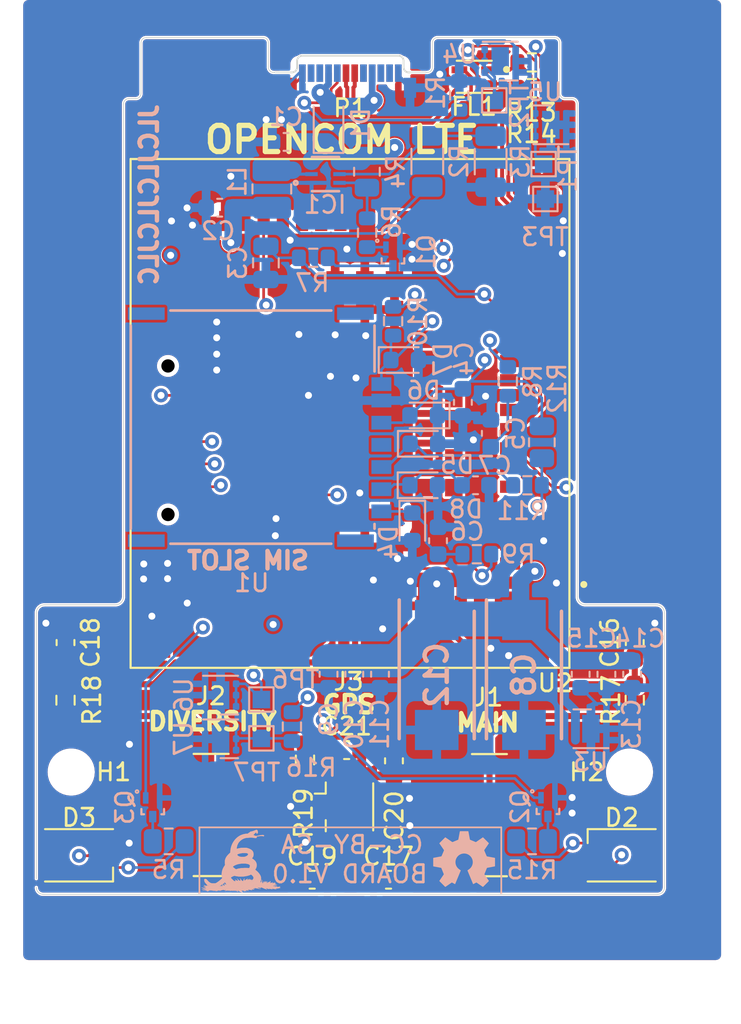
<source format=kicad_pcb>
(kicad_pcb (version 20221018) (generator pcbnew)

  (general
    (thickness 1.6)
  )

  (paper "A4")
  (layers
    (0 "F.Cu" signal)
    (1 "In1.Cu" signal)
    (2 "In2.Cu" signal)
    (31 "B.Cu" signal)
    (32 "B.Adhes" user "B.Adhesive")
    (33 "F.Adhes" user "F.Adhesive")
    (34 "B.Paste" user)
    (35 "F.Paste" user)
    (36 "B.SilkS" user "B.Silkscreen")
    (37 "F.SilkS" user "F.Silkscreen")
    (38 "B.Mask" user)
    (39 "F.Mask" user)
    (40 "Dwgs.User" user "User.Drawings")
    (41 "Cmts.User" user "User.Comments")
    (42 "Eco1.User" user "User.Eco1")
    (43 "Eco2.User" user "User.Eco2")
    (44 "Edge.Cuts" user)
    (45 "Margin" user)
    (46 "B.CrtYd" user "B.Courtyard")
    (47 "F.CrtYd" user "F.Courtyard")
    (48 "B.Fab" user)
    (49 "F.Fab" user)
    (50 "User.1" user)
    (51 "User.2" user)
    (52 "User.3" user)
    (53 "User.4" user)
    (54 "User.5" user)
    (55 "User.6" user)
    (56 "User.7" user)
    (57 "User.8" user)
    (58 "User.9" user)
  )

  (setup
    (stackup
      (layer "F.SilkS" (type "Top Silk Screen"))
      (layer "F.Paste" (type "Top Solder Paste"))
      (layer "F.Mask" (type "Top Solder Mask") (thickness 0.01))
      (layer "F.Cu" (type "copper") (thickness 0.035))
      (layer "dielectric 1" (type "prepreg") (thickness 0.1) (material "FR4") (epsilon_r 4.5) (loss_tangent 0.02))
      (layer "In1.Cu" (type "copper") (thickness 0.035))
      (layer "dielectric 2" (type "core") (thickness 1.24) (material "FR4") (epsilon_r 4.5) (loss_tangent 0.02))
      (layer "In2.Cu" (type "copper") (thickness 0.035))
      (layer "dielectric 3" (type "prepreg") (thickness 0.1) (material "FR4") (epsilon_r 4.5) (loss_tangent 0.02))
      (layer "B.Cu" (type "copper") (thickness 0.035))
      (layer "B.Mask" (type "Bottom Solder Mask") (thickness 0.01))
      (layer "B.Paste" (type "Bottom Solder Paste"))
      (layer "B.SilkS" (type "Bottom Silk Screen"))
      (copper_finish "None")
      (dielectric_constraints no)
    )
    (pad_to_mask_clearance 0)
    (pcbplotparams
      (layerselection 0x00010fc_ffffffff)
      (plot_on_all_layers_selection 0x0000000_00000000)
      (disableapertmacros false)
      (usegerberextensions false)
      (usegerberattributes true)
      (usegerberadvancedattributes true)
      (creategerberjobfile true)
      (dashed_line_dash_ratio 12.000000)
      (dashed_line_gap_ratio 3.000000)
      (svgprecision 4)
      (plotframeref false)
      (viasonmask false)
      (mode 1)
      (useauxorigin false)
      (hpglpennumber 1)
      (hpglpenspeed 20)
      (hpglpendiameter 15.000000)
      (dxfpolygonmode true)
      (dxfimperialunits true)
      (dxfusepcbnewfont true)
      (psnegative false)
      (psa4output false)
      (plotreference true)
      (plotvalue true)
      (plotinvisibletext false)
      (sketchpadsonfab false)
      (subtractmaskfromsilk false)
      (outputformat 1)
      (mirror false)
      (drillshape 0)
      (scaleselection 1)
      (outputdirectory "")
    )
  )

  (net 0 "")
  (net 1 "VBUS")
  (net 2 "GND")
  (net 3 "+3V8")
  (net 4 "/POWER_GOOD")
  (net 5 "/USIM_PRESENCE")
  (net 6 "/ANT_MAIN")
  (net 7 "/ANT_DIV")
  (net 8 "/ANT_GNSS")
  (net 9 "Net-(J3-In)")
  (net 10 "Net-(D1-A)")
  (net 11 "Net-(D2-K)")
  (net 12 "Net-(D3-K)")
  (net 13 "/USB_D+")
  (net 14 "/USB_D-")
  (net 15 "Net-(IC1-SW)")
  (net 16 "Net-(IC1-FB)")
  (net 17 "Net-(IC1-PG)")
  (net 18 "Net-(P1-CC)")
  (net 19 "unconnected-(P1-VCONN-PadB5)")
  (net 20 "Net-(Q1-B)")
  (net 21 "Net-(Q1-C)")
  (net 22 "/NETLIGHT")
  (net 23 "Net-(Q2-C)")
  (net 24 "/STATUS")
  (net 25 "Net-(Q3-C)")
  (net 26 "/USIM_RST")
  (net 27 "/USIM_CLK")
  (net 28 "/VDD_EXT")
  (net 29 "/USIM_DATA")
  (net 30 "Net-(R13-Pad1)")
  (net 31 "Net-(R14-Pad1)")
  (net 32 "Net-(R16-Pad2)")
  (net 33 "Net-(U2-USB_BOOT)")
  (net 34 "unconnected-(U1-VPP-PadC6)")
  (net 35 "unconnected-(U2-RESET_N-Pad17)")
  (net 36 "unconnected-(U2-PCM_DOUT-Pad7)")
  (net 37 "unconnected-(U2-PCM_DIN-Pad6)")
  (net 38 "unconnected-(U2-PCM_SYNC-Pad5)")
  (net 39 "unconnected-(U2-PCM_CLK-Pad4)")
  (net 40 "unconnected-(U2-RI-Pad39)")
  (net 41 "unconnected-(U2-DCD-Pad38)")
  (net 42 "unconnected-(U2-RTS-Pad37)")
  (net 43 "unconnected-(U2-CTS-Pad36)")
  (net 44 "unconnected-(U2-TXD-Pad35)")
  (net 45 "unconnected-(U2-RXD-Pad34)")
  (net 46 "unconnected-(U2-I2C_SCL-Pad40)")
  (net 47 "unconnected-(U2-I2C_SDA-Pad41)")
  (net 48 "unconnected-(U2-ADC0-Pad24)")
  (net 49 "unconnected-(U2-AP_READY-Pad19)")
  (net 50 "unconnected-(U2-DTR-Pad30)")
  (net 51 "unconnected-(U2-SPI_MISO-Pad28)")
  (net 52 "unconnected-(U2-SPI_MOSI-Pad27)")
  (net 53 "unconnected-(U2-SPI_CLK-Pad26)")
  (net 54 "unconnected-(U2-USIM2_RST-Pad85)")
  (net 55 "unconnected-(U2-USIM2_CLK-Pad84)")
  (net 56 "unconnected-(U2-USIM2_PRESENCE-Pad83)")
  (net 57 "unconnected-(U2-USIM2_DATA-Pad86)")
  (net 58 "unconnected-(U2-USIM2_VDD-Pad87)")
  (net 59 "/USIM_VDD")
  (net 60 "Net-(U1-RST)")
  (net 61 "Net-(U1-CLK)")
  (net 62 "Net-(U1-I{slash}O)")
  (net 63 "Net-(C17-Pad1)")
  (net 64 "Net-(C19-Pad1)")
  (net 65 "/USBC_D+")
  (net 66 "/USBC_D-")
  (net 67 "unconnected-(U2-RESERVED-Pad18)")
  (net 68 "unconnected-(U2-DBG_RXD-Pad22)")

  (footprint "CONSMA002-SMD:LINX_CONSMA002-SMD" (layer "F.Cu") (at 151.72 141.7))

  (footprint "Resistor_SMD:R_0603_1608Metric" (layer "F.Cu") (at 154.15 98.575 180))

  (footprint "Resistor_SMD:R_0603_1608Metric_Pad0.98x0.95mm_HandSolder" (layer "F.Cu") (at 160.05 135.1125 -90))

  (footprint "LED_SMD:LED_Cree-PLCC4_3.2x2.8mm_CCW" (layer "F.Cu") (at 128.2 144 180))

  (footprint "Capacitor_SMD:C_0603_1608Metric_Pad1.08x0.95mm_HandSolder" (layer "F.Cu") (at 146.25 138.5875 -90))

  (footprint "Resistor_SMD:R_0603_1608Metric_Pad0.98x0.95mm_HandSolder" (layer "F.Cu") (at 141.15 138.5375 -90))

  (footprint "Connector_USB:USB_C_Plug_Molex_105444" (layer "F.Cu") (at 143.75 99.15))

  (footprint "MountingHole:MountingHole_2.2mm_M2" (layer "F.Cu") (at 159.75 139.23))

  (footprint "LED_SMD:LED_Cree-PLCC4_3.2x2.8mm_CCW" (layer "F.Cu") (at 159.3 144))

  (footprint "CONSMA002-SMD:LINX_CONSMA002-SMD" (layer "F.Cu") (at 135.77 141.69))

  (footprint "Capacitor_SMD:C_0603_1608Metric_Pad1.08x0.95mm_HandSolder" (layer "F.Cu") (at 160.05 131.8125 90))

  (footprint "Capacitor_SMD:C_0603_1608Metric_Pad1.08x0.95mm_HandSolder" (layer "F.Cu") (at 141.5625 145.4))

  (footprint "Capacitor_SMD:C_0603_1608Metric_Pad1.08x0.95mm_HandSolder" (layer "F.Cu") (at 127.425 131.8125 90))

  (footprint "Capacitor_SMD:C_0603_1608Metric_Pad1.08x0.95mm_HandSolder" (layer "F.Cu") (at 145.9375 145.4 180))

  (footprint "Capacitor_SMD:C_0603_1608Metric_Pad1.08x0.95mm_HandSolder" (layer "F.Cu") (at 143.5375 137.975))

  (footprint "Resistor_SMD:R_0603_1608Metric_Pad0.98x0.95mm_HandSolder" (layer "F.Cu") (at 127.425 135.1125 -90))

  (footprint "MountingHole:MountingHole_2.2mm_M2" (layer "F.Cu") (at 127.75 139.23))

  (footprint "Resistor_SMD:R_0603_1608Metric" (layer "F.Cu") (at 154.15 100.05 180))

  (footprint "DLW21SN900SQ2L:FIL_DLW21SN900SQ2L" (layer "F.Cu") (at 150.85 99.4 180))

  (footprint "EG95:XCVR_EG95" (layer "F.Cu")
    (tstamp f851ed5b-4e23-405b-b1aa-e8d65dde7576)
    (at 143.73 118.685 180)
    (property "MANUFACTURER" "Quectel")
    (property "MAXIMUM_PACKAGE_HEIGHT" "2.5mm")
    (property "PARTREV" "1.5")
    (property "STANDARD" "Manufacturer Recommendations")
    (property "Sheetfile" "Roamer.kicad_sch")
    (property "Sheetname" "")
    (path "/e6a6b14f-fc94-4e9b-b34c-71e0e50cdc39")
    (attr smd)
    (fp_text reference "U2" (at -11.76 -15.445) (layer "F.SilkS")
        (effects (font (size 1 1) (thickness 0.153)))
      (tstamp 1d464947-5842-4187-a9bd-c30a4e55b624)
    )
    (fp_text value "EG95" (at -12.635 15.715) (layer "F.Fab")
        (effects (font (size 1 1) (thickness 0.15)))
      (tstamp 7b80973e-b338-4301-a0a8-35a68cefc798)
    )
    (fp_circle (center -5.95 -4.25) (end -5.478 -4.25)
      (stroke (width 0) (type solid)) (fill solid) (layer "F.Paste") (tstamp 67d3b74d-81a9-43e5-82a0-a58ecb94a205))
    (fp_circle (center -5.95 -2.55) (end -5.478 -2.55)
      (stroke (width 0) (type solid)) (fill solid) (layer "F.Paste") (tstamp 12d7749c-79c9-41a7-b0f5-19f3bfe17632))
    (fp_circle (center -5.95 -0.85) (end -5.478 -0.85)
      (stroke (width 0) (type solid)) (fill solid) (layer "F.Paste") (tstamp 4e384b70-bee1-4f3c-923a-35ca47ab2658))
    (fp_circle (center -5.95 0.85) (end -5.478 0.85)
      (stroke (width 0) (type solid)) (fill solid) (layer "F.Paste") (tstamp 6d05fc8f-1146-4558-87f4-124d02db3765))
    (fp_circle (center -5.95 2.55) (end -5.478 2.55)
      (stroke (width 0) (type solid)) (fill solid) (layer "F.Paste") (tstamp 357ed333-a131-4460-9f03-f99d16791163))
    (fp_circle (center -5.95 4.25) (end -5.478 4.25)
      (stroke (width 0) (type solid)) (fill solid) (layer "F.Paste") (tstamp 63f94867-3c9e-4667-930a-fee0f1e2ebe2))
    (fp_circle (center -4.25 -4.25) (end -3.778 -4.25)
      (stroke (width 0) (type solid)) (fill solid) (layer "F.Paste") (tstamp 13cc66c6-7510-4e83-a694-d08949b734e5))
    (fp_circle (center -4.25 -2.55) (end -3.778 -2.55)
      (stroke (width 0) (type solid)) (fill solid) (layer "F.Paste") (tstamp 8c7a9cf3-ddbd-4b7c-bebc-49031a5e6d73))
    (fp_circle (center -4.25 -0.85) (end -3.778 -0.85)
      (stroke (width 0) (type solid)) (fill solid) (layer "F.Paste") (tstamp 3d9d3b4e-af9b-4dbc-9336-c29b3746faba))
    (fp_circle (center -4.25 0.85) (end -3.778 0.85)
      (stroke (width 0) (type solid)) (fill solid) (layer "F.Paste") (tstamp 690ddcd6-4d8e-42c0-ad75-ff9db3797b01))
    (fp_circle (center -4.25 2.55) (end -3.778 2.55)
      (stroke (width 0) (type solid)) (fill solid) (layer "F.Paste") (tstamp 75b36f97-51b2-4f40-b557-750c42c33062))
    (fp_circle (center -4.25 4.25) (end -3.778 4.25)
      (stroke (width 0) (type solid)) (fill solid) (layer "F.Paste") (tstamp 4e758d36-1513-487c-9267-fc087fa18d60))
    (fp_circle (center -2.55 -7.65) (end -2.078 -7.65)
      (stroke (width 0) (type solid)) (fill solid) (layer "F.Paste") (tstamp 3633692c-49f1-42ca-94b0-b891b5a33b8a))
    (fp_circle (center -2.55 -5.95) (end -2.078 -5.95)
      (stroke (width 0) (type solid)) (fill solid) (layer "F.Paste") (tstamp daf7962a-2a44-472f-b9c9-8c84ea1849f8))
    (fp_circle (center -2.55 5.95) (end -2.078 5.95)
      (stroke (width 0) (type solid)) (fill solid) (layer "F.Paste") (tstamp 32fabbac-dc5d-4778-92ac-b5c62bce09fe))
    (fp_circle (center -2.55 7.65) (end -2.078 7.65)
      (stroke (width 0) (type solid)) (fill solid) (layer "F.Paste") (tstamp b9df1aa6-a689-4293-8753-7c59f8230178))
    (fp_circle (center -0.85 -7.65) (end -0.378 -7.65)
      (stroke (width 0) (type solid)) (fill solid) (layer "F.Paste") (tstamp 4d0be172-5136-470d-b73a-7a8cb51ed73c))
    (fp_circle (center -0.85 -5.95) (end -0.378 -5.95)
      (stroke (width 0) (type solid)) (fill solid) (layer "F.Paste") (tstamp e9ad7bc7-db7f-41e8-8090-37c9b439c87a))
    (fp_circle (center -0.85 5.95) (end -0.378 5.95)
      (stroke (width 0) (type solid)) (fill solid) (layer "F.Paste") (tstamp 4a30cd4e-e496-41e4-82a6-3686d3ecb188))
    (fp_circle (center -0.85 7.65) (end -0.378 7.65)
      (stroke (width 0) (type solid)) (fill solid) (layer "F.Paste") (tstamp 55b8e7ce-c026-444a-87d3-c25fb53b51c9))
    (fp_circle (center 0.85 -7.65) (end 1.322 -7.65)
      (stroke (width 0) (type solid)) (fill solid) (layer "F.Paste") (tstamp 32b20396-c9b0-4873-b9ba-fa2c66fc98d1))
    (fp_circle (center 0.85 -5.95) (end 1.322 -5.95)
      (stroke (width 0) (type solid)) (fill solid) (layer "F.Paste") (tstamp e03b0b90-06f2-4e0d-a234-628bf843efeb))
    (fp_circle (center 0.85 5.95) (end 1.322 5.95)
      (stroke (width 0) (type solid)) (fill solid) (layer "F.Paste") (tstamp 117ba3fd-2c95-455c-a1fb-79870f2b7c3e))
    (fp_circle (center 0.85 7.65) (end 1.322 7.65)
      (stroke (width 0) (type solid)) (fill solid) (layer "F.Paste") (tstamp 9cebe8bb-5944-4532-84f3-4db69cb5a267))
    (fp_circle (center 2.55 -7.65) (end 3.022 -7.65)
      (stroke (width 0) (type solid)) (fill solid) (layer "F.Paste") (tstamp 4591d32e-0bfd-40f2-a436-d8c4a8df7b9c))
    (fp_circle (center 2.55 -5.95) (end 3.022 -5.95)
      (stroke (width 0) (type solid)) (fill solid) (layer "F.Paste") (tstamp 27feb6eb-48a0-44e1-945e-be4be8aa40cb))
    (fp_circle (center 2.55 5.95) (end 3.022 5.95)
      (stroke (width 0) (type solid)) (fill solid) (layer "F.Paste") (tstamp d0d20436-b778-4fa3-9675-56b791c3d56f))
    (fp_circle (center 2.55 7.65) (end 3.022 7.65)
      (stroke (width 0) (type solid)) (fill solid) (layer "F.Paste") (tstamp defa867d-6b76-49c8-bb58-cf6b459a29a2))
    (fp_circle (center 4.25 -4.25) (end 4.722 -4.25)
      (stroke (width 0) (type solid)) (fill solid) (layer "F.Paste") (tstamp 025de2ef-81a6-402c-bdfe-0f3340f36076))
    (fp_circle (center 4.25 -2.55) (end 4.722 -2.55)
      (stroke (width 0) (type solid)) (fill solid) (layer "F.Paste") (tstamp 920f3030-f3a9-49d9-98b1-ba1e7a6cde5b))
    (fp_circle (center 4.25 -0.85) (end 4.722 -0.85)
      (stroke (width 0) (type solid)) (fill solid) (layer "F.Paste") (tstamp cf2d715c-b57e-4e29-b1b7-62efa84a9561))
    (fp_circle (center 4.25 0.85) (end 4.722 0.85)
      (stroke (width 0) (type solid)) (fill solid) (layer "F.Paste") (tstamp ca71414b-1dcf-458c-9ec7-99f7644ea8d3))
    (fp_circle (center 4.25 2.55) (end 4.722 2.55)
      (stroke (width 0) (type solid)) (fill solid) (layer "F.Paste") (tstamp c74df507-238b-4f61-b908-673a0ad914c0))
    (fp_circle (center 4.25 4.25) (end 4.722 4.25)
      (stroke (width 0) (type solid)) (fill solid) (layer "F.Paste") (tstamp 89941a95-52f2-4f01-b5ae-ea2ee97dc086))
    (fp_circle (center 5.95 -4.25) (end 6.422 -4.25)
      (stroke (width 0) (type solid)) (fill solid) (layer "F.Paste") (tstamp 464d7fed-1c31-488c-ad54-5f06dec5a552))
    (fp_circle (center 5.95 -2.55) (end 6.422 -2.55)
      (stroke (width 0) (type solid)) (fill solid) (layer "F.Paste") (tstamp 7989918b-1f57-4399-89ef-f58e0c36eb2c))
    (fp_circle (center 5.95 -0.85) (end 6.422 -0.85)
      (stroke (width 0) (type solid)) (fill solid) (layer "F.Paste") (tstamp 338601a2-47bf-49f9-ba85-32e5a710140d))
    (fp_circle (center 5.95 0.85) (end 6.422 0.85)
      (stroke (width 0) (type solid)) (fill solid) (layer "F.Paste") (tstamp 12da4203-b063-4a2b-968e-3657dc112560))
    (fp_circle (center 5.95 2.55) (end 6.422 2.55)
      (stroke (width 0) (type solid)) (fill solid) (layer "F.Paste") (tstamp 7f6528a6-3a92-4aca-ba64-fc076fca4400))
    (fp_circle (center 5.95 4.25) (end 6.422 4.25)
      (stroke (width 0) (type solid)) (fill solid) (layer "F.Paste") (tstamp faf3a879-e27f-4ff1-b81f-1530938d56fc))
    (fp_poly
      (pts
        (xy -11.66 -13.66)
        (xy -10.64 -13.66)
        (xy -10.64 -12.64)
        (xy -11.66 -12.64)
      )

      (stroke (width 0.01) (type solid)) (fill solid) (layer "F.Paste") (tstamp a4cf9f7c-fc80-4a6e-8aed-8618a06b9c70))
    (fp_poly
      (pts
        (xy -10.54 13.56)
        (xy -10.78 13.56)
        (xy -11.56 12.78)
        (xy -11.56 12.54)
        (xy -10.54 12.54)
      )

      (stroke (width 0.0001) (type solid)) (fill solid) (layer "F.Paste") (tstamp 36e8bdf4-fab0-480a-ae07-fd85752c3d27))
    (fp_poly
      (pts
        (xy -10.54 13.56)
        (xy -10.78 13.56)
        (xy -11.56 12.78)
        (xy -11.56 12.54)
        (xy -10.54 12.54)
      )

      (stroke (width 0.0001) (type solid)) (fill solid) (layer "F.Paste") (tstamp fb33d6b7-c026-42c4-b8ab-e0e13b2d656e))
    (fp_poly
      (pts
        (xy 10.54 -13.56)
        (xy 10.78 -13.56)
        (xy 11.56 -12.78)
        (xy 11.56 -12.54)
        (xy 10.54 -12.54)
      )

      (stroke (width 0.0001) (type solid)) (fill solid) (layer "F.Paste") (tstamp 74c62a22-a856-4ac7-bb7a-1febdc12e728))
    (fp_poly
      (pts
        (xy 10.54 13.56)
        (xy 10.78 13.56)
        (xy 11.56 12.78)
        (xy 11.56 12.54)
        (xy 10.54 12.54)
      )

      (stroke (width 0.0001) (type solid)) (fill solid) (layer "F.Paste") (tstamp c4360858-c8a5-42dc-836e-f31e91c33908))
    (fp_poly
      (pts
        (xy -9.525 -9.98)
        (xy -8.825 -9.98)
        (xy -8.819 -9.98)
        (xy -8.814 -9.979)
        (xy -8.808 -9.979)
        (xy -8.802 -9.978)
        (xy -8.797 -9.976)
        (xy -8.791 -9.975)
        (xy -8.786 -9.973)
        (xy -8.78 -9.97)
        (xy -8.775 -9.968)
        (xy -8.77 -9.965)
        (xy -8.765 -9.962)
        (xy -8.76 -9.959)
        (xy -8.756 -9.955)
        (xy -8.751 -9.952)
        (xy -8.747 -9.948)
        (xy -8.743 -9.944)
        (xy -8.74 -9.939)
        (xy -8.736 -9.935)
        (xy -8.733 -9.93)
        (xy -8.73 -9.925)
        (xy -8.727 -9.92)
        (xy -8.725 -9.915)
        (xy -8.722 -9.909)
        (xy -8.72 -9.904)
        (xy -8.719 -9.898)
        (xy -8.717 -9.893)
        (xy -8.716 -9.887)
        (xy -8.716 -9.881)
        (xy -8.715 -9.876)
        (xy -8.715 -9.87)
        (xy -8.715 -9.53)
        (xy -8.715 -9.524)
        (xy -8.716 -9.519)
        (xy -8.716 -9.513)
        (xy -8.717 -9.507)
        (xy -8.719 -9.502)
        (xy -8.72 -9.496)
        (xy -8.722 -9.491)
        (xy -8.725 -9.485)
        (xy -8.727 -9.48)
        (xy -8.73 -9.475)
        (xy -8.733 -9.47)
        (xy -8.736 -9.465)
        (xy -8.74 -9.461)
        (xy -8.743 -9.456)
        (xy -8.747 -9.452)
        (xy -8.751 -9.448)
        (xy -8.756 -9.445)
        (xy -8.76 -9.441)
        (xy -8.765 -9.438)
        (xy -8.77 -9.435)
        (xy -8.775 -9.432)
        (xy -8.78 -9.43)
        (xy -8.786 -9.427)
        (xy -8.791 -9.425)
        (xy -8.797 -9.424)
        (xy -8.802 -9.422)
        (xy -8.808 -9.421)
        (xy -8.814 -9.421)
        (xy -8.819 -9.42)
        (xy -8.825 -9.42)
        (xy -9.525 -9.42)
        (xy -9.531 -9.42)
        (xy -9.536 -9.421)
        (xy -9.542 -9.421)
        (xy -9.548 -9.422)
        (xy -9.553 -9.424)
        (xy -9.559 -9.425)
        (xy -9.564 -9.427)
        (xy -9.57 -9.43)
        (xy -9.575 -9.432)
        (xy -9.58 -9.435)
        (xy -9.585 -9.438)
        (xy -9.59 -9.441)
        (xy -9.594 -9.445)
        (xy -9.599 -9.448)
        (xy -9.603 -9.452)
        (xy -9.607 -9.456)
        (xy -9.61 -9.461)
        (xy -9.614 -9.465)
        (xy -9.617 -9.47)
        (xy -9.62 -9.475)
        (xy -9.623 -9.48)
        (xy -9.625 -9.485)
        (xy -9.628 -9.491)
        (xy -9.63 -9.496)
        (xy -9.631 -9.502)
        (xy -9.633 -9.507)
        (xy -9.634 -9.513)
        (xy -9.634 -9.519)
        (xy -9.635 -9.524)
        (xy -9.635 -9.53)
        (xy -9.635 -9.87)
        (xy -9.635 -9.876)
        (xy -9.634 -9.881)
        (xy -9.634 -9.887)
        (xy -9.633 -9.893)
        (xy -9.631 -9.898)
        (xy -9.63 -9.904)
        (xy -9.628 -9.909)
        (xy -9.625 -9.915)
        (xy -9.623 -9.92)
        (xy -9.62 -9.925)
        (xy -9.617 -9.93)
        (xy -9.614 -9.935)
        (xy -9.61 -9.939)
        (xy -9.607 -9.944)
        (xy -9.603 -9.948)
        (xy -9.599 -9.952)
        (xy -9.594 -9.955)
        (xy -9.59 -9.959)
        (xy -9.585 -9.962)
        (xy -9.58 -9.965)
        (xy -9.575 -9.968)
        (xy -9.57 -9.97)
        (xy -9.564 -9.973)
        (xy -9.559 -9.975)
        (xy -9.553 -9.976)
        (xy -9.548 -9.978)
        (xy -9.542 -9.979)
        (xy -9.536 -9.979)
        (xy -9.531 -9.98)
        (xy -9.525 -9.98)
      )

      (stroke (width 0.0001) (type solid)) (fill solid) (layer "F.Paste") (tstamp 381fb920-c57b-4d2c-bff1-181bec3e7f23))
    (fp_poly
      (pts
        (xy -9.525 -8.88)
        (xy -8.825 -8.88)
        (xy -8.819 -8.88)
        (xy -8.814 -8.879)
        (xy -8.808 -8.879)
        (xy -8.802 -8.878)
        (xy -8.797 -8.876)
        (xy -8.791 -8.875)
        (xy -8.786 -8.873)
        (xy -8.78 -8.87)
        (xy -8.775 -8.868)
        (xy -8.77 -8.865)
        (xy -8.765 -8.862)
        (xy -8.76 -8.859)
        (xy -8.756 -8.855)
        (xy -8.751 -8.852)
        (xy -8.747 -8.848)
        (xy -8.743 -8.844)
        (xy -8.74 -8.839)
        (xy -8.736 -8.835)
        (xy -8.733 -8.83)
        (xy -8.73 -8.825)
        (xy -8.727 -8.82)
        (xy -8.725 -8.815)
        (xy -8.722 -8.809)
        (xy -8.72 -8.804)
        (xy -8.719 -8.798)
        (xy -8.717 -8.793)
        (xy -8.716 -8.787)
        (xy -8.716 -8.781)
        (xy -8.715 -8.776)
        (xy -8.715 -8.77)
        (xy -8.715 -8.43)
        (xy -8.715 -8.424)
        (xy -8.716 -8.419)
        (xy -8.716 -8.413)
        (xy -8.717 -8.407)
        (xy -8.719 -8.402)
        (xy -8.72 -8.396)
        (xy -8.722 -8.391)
        (xy -8.725 -8.385)
        (xy -8.727 -8.38)
        (xy -8.73 -8.375)
        (xy -8.733 -8.37)
        (xy -8.736 -8.365)
        (xy -8.74 -8.361)
        (xy -8.743 -8.356)
        (xy -8.747 -8.352)
        (xy -8.751 -8.348)
        (xy -8.756 -8.345)
        (xy -8.76 -8.341)
        (xy -8.765 -8.338)
        (xy -8.77 -8.335)
        (xy -8.775 -8.332)
        (xy -8.78 -8.33)
        (xy -8.786 -8.327)
        (xy -8.791 -8.325)
        (xy -8.797 -8.324)
        (xy -8.802 -8.322)
        (xy -8.808 -8.321)
        (xy -8.814 -8.321)
        (xy -8.819 -8.32)
        (xy -8.825 -8.32)
        (xy -9.525 -8.32)
        (xy -9.531 -8.32)
        (xy -9.536 -8.321)
        (xy -9.542 -8.321)
        (xy -9.548 -8.322)
        (xy -9.553 -8.324)
        (xy -9.559 -8.325)
        (xy -9.564 -8.327)
        (xy -9.57 -8.33)
        (xy -9.575 -8.332)
        (xy -9.58 -8.335)
        (xy -9.585 -8.338)
        (xy -9.59 -8.341)
        (xy -9.594 -8.345)
        (xy -9.599 -8.348)
        (xy -9.603 -8.352)
        (xy -9.607 -8.356)
        (xy -9.61 -8.361)
        (xy -9.614 -8.365)
        (xy -9.617 -8.37)
        (xy -9.62 -8.375)
        (xy -9.623 -8.38)
        (xy -9.625 -8.385)
        (xy -9.628 -8.391)
        (xy -9.63 -8.396)
        (xy -9.631 -8.402)
        (xy -9.633 -8.407)
        (xy -9.634 -8.413)
        (xy -9.634 -8.419)
        (xy -9.635 -8.424)
        (xy -9.635 -8.43)
        (xy -9.635 -8.77)
        (xy -9.635 -8.776)
        (xy -9.634 -8.781)
        (xy -9.634 -8.787)
        (xy -9.633 -8.793)
        (xy -9.631 -8.798)
        (xy -9.63 -8.804)
        (xy -9.628 -8.809)
        (xy -9.625 -8.815)
        (xy -9.623 -8.82)
        (xy -9.62 -8.825)
        (xy -9.617 -8.83)
        (xy -9.614 -8.835)
        (xy -9.61 -8.839)
        (xy -9.607 -8.844)
        (xy -9.603 -8.848)
        (xy -9.599 -8.852)
        (xy -9.594 -8.855)
        (xy -9.59 -8.859)
        (xy -9.585 -8.862)
        (xy -9.58 -8.865)
        (xy -9.575 -8.868)
        (xy -9.57 -8.87)
        (xy -9.564 -8.873)
        (xy -9.559 -8.875)
        (xy -9.553 -8.876)
        (xy -9.548 -8.878)
        (xy -9.542 -8.879)
        (xy -9.536 -8.879)
        (xy -9.531 -8.88)
        (xy -9.525 -8.88)
      )

      (stroke (width 0.0001) (type solid)) (fill solid) (layer "F.Paste") (tstamp 15a79106-df97-4493-8a49-601ca5566463))
    (fp_poly
      (pts
        (xy -9.525 -7.78)
        (xy -8.825 -7.78)
        (xy -8.819 -7.78)
        (xy -8.814 -7.779)
        (xy -8.808 -7.779)
        (xy -8.802 -7.778)
        (xy -8.797 -7.776)
        (xy -8.791 -7.775)
        (xy -8.786 -7.773)
        (xy -8.78 -7.77)
        (xy -8.775 -7.768)
        (xy -8.77 -7.765)
        (xy -8.765 -7.762)
        (xy -8.76 -7.759)
        (xy -8.756 -7.755)
        (xy -8.751 -7.752)
        (xy -8.747 -7.748)
        (xy -8.743 -7.744)
        (xy -8.74 -7.739)
        (xy -8.736 -7.735)
        (xy -8.733 -7.73)
        (xy -8.73 -7.725)
        (xy -8.727 -7.72)
        (xy -8.725 -7.715)
        (xy -8.722 -7.709)
        (xy -8.72 -7.704)
        (xy -8.719 -7.698)
        (xy -8.717 -7.693)
        (xy -8.716 -7.687)
        (xy -8.716 -7.681)
        (xy -8.715 -7.676)
        (xy -8.715 -7.67)
        (xy -8.715 -7.33)
        (xy -8.715 -7.324)
        (xy -8.716 -7.319)
        (xy -8.716 -7.313)
        (xy -8.717 -7.307)
        (xy -8.719 -7.302)
        (xy -8.72 -7.296)
        (xy -8.722 -7.291)
        (xy -8.725 -7.285)
        (xy -8.727 -7.28)
        (xy -8.73 -7.275)
        (xy -8.733 -7.27)
        (xy -8.736 -7.265)
        (xy -8.74 -7.261)
        (xy -8.743 -7.256)
        (xy -8.747 -7.252)
        (xy -8.751 -7.248)
        (xy -8.756 -7.245)
        (xy -8.76 -7.241)
        (xy -8.765 -7.238)
        (xy -8.77 -7.235)
        (xy -8.775 -7.232)
        (xy -8.78 -7.23)
        (xy -8.786 -7.227)
        (xy -8.791 -7.225)
        (xy -8.797 -7.224)
        (xy -8.802 -7.222)
        (xy -8.808 -7.221)
        (xy -8.814 -7.221)
        (xy -8.819 -7.22)
        (xy -8.825 -7.22)
        (xy -9.525 -7.22)
        (xy -9.531 -7.22)
        (xy -9.536 -7.221)
        (xy -9.542 -7.221)
        (xy -9.548 -7.222)
        (xy -9.553 -7.224)
        (xy -9.559 -7.225)
        (xy -9.564 -7.227)
        (xy -9.57 -7.23)
        (xy -9.575 -7.232)
        (xy -9.58 -7.235)
        (xy -9.585 -7.238)
        (xy -9.59 -7.241)
        (xy -9.594 -7.245)
        (xy -9.599 -7.248)
        (xy -9.603 -7.252)
        (xy -9.607 -7.256)
        (xy -9.61 -7.261)
        (xy -9.614 -7.265)
        (xy -9.617 -7.27)
        (xy -9.62 -7.275)
        (xy -9.623 -7.28)
        (xy -9.625 -7.285)
        (xy -9.628 -7.291)
        (xy -9.63 -7.296)
        (xy -9.631 -7.302)
        (xy -9.633 -7.307)
        (xy -9.634 -7.313)
        (xy -9.634 -7.319)
        (xy -9.635 -7.324)
        (xy -9.635 -7.33)
        (xy -9.635 -7.67)
        (xy -9.635 -7.676)
        (xy -9.634 -7.681)
        (xy -9.634 -7.687)
        (xy -9.633 -7.693)
        (xy -9.631 -7.698)
        (xy -9.63 -7.704)
        (xy -9.628 -7.709)
        (xy -9.625 -7.715)
        (xy -9.623 -7.72)
        (xy -9.62 -7.725)
        (xy -9.617 -7.73)
        (xy -9.614 -7.735)
        (xy -9.61 -7.739)
        (xy -9.607 -7.744)
        (xy -9.603 -7.748)
        (xy -9.599 -7.752)
        (xy -9.594 -7.755)
        (xy -9.59 -7.759)
        (xy -9.585 -7.762)
        (xy -9.58 -7.765)
        (xy -9.575 -7.768)
        (xy -9.57 -7.77)
        (xy -9.564 -7.773)
        (xy -9.559 -7.775)
        (xy -9.553 -7.776)
        (xy -9.548 -7.778)
        (xy -9.542 -7.779)
        (xy -9.536 -7.779)
        (xy -9.531 -7.78)
        (xy -9.525 -7.78)
      )

      (stroke (width 0.0001) (type solid)) (fill solid) (layer "F.Paste") (tstamp 0c575af3-6ed1-46a3-bfde-38643bb7e524))
    (fp_poly
      (pts
        (xy -9.525 -6.68)
        (xy -8.825 -6.68)
        (xy -8.819 -6.68)
        (xy -8.814 -6.679)
        (xy -8.808 -6.679)
        (xy -8.802 -6.678)
        (xy -8.797 -6.676)
        (xy -8.791 -6.675)
        (xy -8.786 -6.673)
        (xy -8.78 -6.67)
        (xy -8.775 -6.668)
        (xy -8.77 -6.665)
        (xy -8.765 -6.662)
        (xy -8.76 -6.659)
        (xy -8.756 -6.655)
        (xy -8.751 -6.652)
        (xy -8.747 -6.648)
        (xy -8.743 -6.644)
        (xy -8.74 -6.639)
        (xy -8.736 -6.635)
        (xy -8.733 -6.63)
        (xy -8.73 -6.625)
        (xy -8.727 -6.62)
        (xy -8.725 -6.615)
        (xy -8.722 -6.609)
        (xy -8.72 -6.604)
        (xy -8.719 -6.598)
        (xy -8.717 -6.593)
        (xy -8.716 -6.587)
        (xy -8.716 -6.581)
        (xy -8.715 -6.576)
        (xy -8.715 -6.57)
        (xy -8.715 -6.23)
        (xy -8.715 -6.224)
        (xy -8.716 -6.219)
        (xy -8.716 -6.213)
        (xy -8.717 -6.207)
        (xy -8.719 -6.202)
        (xy -8.72 -6.196)
        (xy -8.722 -6.191)
        (xy -8.725 -6.185)
        (xy -8.727 -6.18)
        (xy -8.73 -6.175)
        (xy -8.733 -6.17)
        (xy -8.736 -6.165)
        (xy -8.74 -6.161)
        (xy -8.743 -6.156)
        (xy -8.747 -6.152)
        (xy -8.751 -6.148)
        (xy -8.756 -6.145)
        (xy -8.76 -6.141)
        (xy -8.765 -6.138)
        (xy -8.77 -6.135)
        (xy -8.775 -6.132)
        (xy -8.78 -6.13)
        (xy -8.786 -6.127)
        (xy -8.791 -6.125)
        (xy -8.797 -6.124)
        (xy -8.802 -6.122)
        (xy -8.808 -6.121)
        (xy -8.814 -6.121)
        (xy -8.819 -6.12)
        (xy -8.825 -6.12)
        (xy -9.525 -6.12)
        (xy -9.531 -6.12)
        (xy -9.536 -6.121)
        (xy -9.542 -6.121)
        (xy -9.548 -6.122)
        (xy -9.553 -6.124)
        (xy -9.559 -6.125)
        (xy -9.564 -6.127)
        (xy -9.57 -6.13)
        (xy -9.575 -6.132)
        (xy -9.58 -6.135)
        (xy -9.585 -6.138)
        (xy -9.59 -6.141)
        (xy -9.594 -6.145)
        (xy -9.599 -6.148)
        (xy -9.603 -6.152)
        (xy -9.607 -6.156)
        (xy -9.61 -6.161)
        (xy -9.614 -6.165)
        (xy -9.617 -6.17)
        (xy -9.62 -6.175)
        (xy -9.623 -6.18)
        (xy -9.625 -6.185)
        (xy -9.628 -6.191)
        (xy -9.63 -6.196)
        (xy -9.631 -6.202)
        (xy -9.633 -6.207)
        (xy -9.634 -6.213)
        (xy -9.634 -6.219)
        (xy -9.635 -6.224)
        (xy -9.635 -6.23)
        (xy -9.635 -6.57)
        (xy -9.635 -6.576)
        (xy -9.634 -6.581)
        (xy -9.634 -6.587)
        (xy -9.633 -6.593)
        (xy -9.631 -6.598)
        (xy -9.63 -6.604)
        (xy -9.628 -6.609)
        (xy -9.625 -6.615)
        (xy -9.623 -6.62)
        (xy -9.62 -6.625)
        (xy -9.617 -6.63)
        (xy -9.614 -6.635)
        (xy -9.61 -6.639)
        (xy -9.607 -6.644)
        (xy -9.603 -6.648)
        (xy -9.599 -6.652)
        (xy -9.594 -6.655)
        (xy -9.59 -6.659)
        (xy -9.585 -6.662)
        (xy -9.58 -6.665)
        (xy -9.575 -6.668)
        (xy -9.57 -6.67)
        (xy -9.564 -6.673)
        (xy -9.559 -6.675)
        (xy -9.553 -6.676)
        (xy -9.548 -6.678)
        (xy -9.542 -6.679)
        (xy -9.536 -6.679)
        (xy -9.531 -6.68)
        (xy -9.525 -6.68)
      )

      (stroke (width 0.0001) (type solid)) (fill solid) (layer "F.Paste") (tstamp 4a9d6eca-1bec-49f3-8d4a-6444aca6165c))
    (fp_poly
      (pts
        (xy -9.525 -5.58)
        (xy -8.825 -5.58)
        (xy -8.819 -5.58)
        (xy -8.814 -5.579)
        (xy -8.808 -5.579)
        (xy -8.802 -5.578)
        (xy -8.797 -5.576)
        (xy -8.791 -5.575)
        (xy -8.786 -5.573)
        (xy -8.78 -5.57)
        (xy -8.775 -5.568)
        (xy -8.77 -5.565)
        (xy -8.765 -5.562)
        (xy -8.76 -5.559)
        (xy -8.756 -5.555)
        (xy -8.751 -5.552)
        (xy -8.747 -5.548)
        (xy -8.743 -5.544)
        (xy -8.74 -5.539)
        (xy -8.736 -5.535)
        (xy -8.733 -5.53)
        (xy -8.73 -5.525)
        (xy -8.727 -5.52)
        (xy -8.725 -5.515)
        (xy -8.722 -5.509)
        (xy -8.72 -5.504)
        (xy -8.719 -5.498)
        (xy -8.717 -5.493)
        (xy -8.716 -5.487)
        (xy -8.716 -5.481)
        (xy -8.715 -5.476)
        (xy -8.715 -5.47)
        (xy -8.715 -5.13)
        (xy -8.715 -5.124)
        (xy -8.716 -5.119)
        (xy -8.716 -5.113)
        (xy -8.717 -5.107)
        (xy -8.719 -5.102)
        (xy -8.72 -5.096)
        (xy -8.722 -5.091)
        (xy -8.725 -5.085)
        (xy -8.727 -5.08)
        (xy -8.73 -5.075)
        (xy -8.733 -5.07)
        (xy -8.736 -5.065)
        (xy -8.74 -5.061)
        (xy -8.743 -5.056)
        (xy -8.747 -5.052)
        (xy -8.751 -5.048)
        (xy -8.756 -5.045)
        (xy -8.76 -5.041)
        (xy -8.765 -5.038)
        (xy -8.77 -5.035)
        (xy -8.775 -5.032)
        (xy -8.78 -5.03)
        (xy -8.786 -5.027)
        (xy -8.791 -5.025)
        (xy -8.797 -5.024)
        (xy -8.802 -5.022)
        (xy -8.808 -5.021)
        (xy -8.814 -5.021)
        (xy -8.819 -5.02)
        (xy -8.825 -5.02)
        (xy -9.525 -5.02)
        (xy -9.531 -5.02)
        (xy -9.536 -5.021)
        (xy -9.542 -5.021)
        (xy -9.548 -5.022)
        (xy -9.553 -5.024)
        (xy -9.559 -5.025)
        (xy -9.564 -5.027)
        (xy -9.57 -5.03)
        (xy -9.575 -5.032)
        (xy -9.58 -5.035)
        (xy -9.585 -5.038)
        (xy -9.59 -5.041)
        (xy -9.594 -5.045)
        (xy -9.599 -5.048)
        (xy -9.603 -5.052)
        (xy -9.607 -5.056)
        (xy -9.61 -5.061)
        (xy -9.614 -5.065)
        (xy -9.617 -5.07)
        (xy -9.62 -5.075)
        (xy -9.623 -5.08)
        (xy -9.625 -5.085)
        (xy -9.628 -5.091)
        (xy -9.63 -5.096)
        (xy -9.631 -5.102)
        (xy -9.633 -5.107)
        (xy -9.634 -5.113)
        (xy -9.634 -5.119)
        (xy -9.635 -5.124)
        (xy -9.635 -5.13)
        (xy -9.635 -5.47)
        (xy -9.635 -5.476)
        (xy -9.634 -5.481)
        (xy -9.634 -5.487)
        (xy -9.633 -5.493)
        (xy -9.631 -5.498)
        (xy -9.63 -5.504)
        (xy -9.628 -5.509)
        (xy -9.625 -5.515)
        (xy -9.623 -5.52)
        (xy -9.62 -5.525)
        (xy -9.617 -5.53)
        (xy -9.614 -5.535)
        (xy -9.61 -5.539)
        (xy -9.607 -5.544)
        (xy -9.603 -5.548)
        (xy -9.599 -5.552)
        (xy -9.594 -5.555)
        (xy -9.59 -5.559)
        (xy -9.585 -5.562)
        (xy -9.58 -5.565)
        (xy -9.575 -5.568)
        (xy -9.57 -5.57)
        (xy -9.564 -5.573)
        (xy -9.559 -5.575)
        (xy -9.553 -5.576)
        (xy -9.548 -5.578)
        (xy -9.542 -5.579)
        (xy -9.536 -5.579)
        (xy -9.531 -5.58)
        (xy -9.525 -5.58)
      )

      (stroke (width 0.0001) (type solid)) (fill solid) (layer "F.Paste") (tstamp e40f3414-f91c-4fbd-a4de-8dc5493441cf))
    (fp_poly
      (pts
        (xy -9.525 -4.48)
        (xy -8.825 -4.48)
        (xy -8.819 -4.48)
        (xy -8.814 -4.479)
        (xy -8.808 -4.479)
        (xy -8.802 -4.478)
        (xy -8.797 -4.476)
        (xy -8.791 -4.475)
        (xy -8.786 -4.473)
        (xy -8.78 -4.47)
        (xy -8.775 -4.468)
        (xy -8.77 -4.465)
        (xy -8.765 -4.462)
        (xy -8.76 -4.459)
        (xy -8.756 -4.455)
        (xy -8.751 -4.452)
        (xy -8.747 -4.448)
        (xy -8.743 -4.444)
        (xy -8.74 -4.439)
        (xy -8.736 -4.435)
        (xy -8.733 -4.43)
        (xy -8.73 -4.425)
        (xy -8.727 -4.42)
        (xy -8.725 -4.415)
        (xy -8.722 -4.409)
        (xy -8.72 -4.404)
        (xy -8.719 -4.398)
        (xy -8.717 -4.393)
        (xy -8.716 -4.387)
        (xy -8.716 -4.381)
        (xy -8.715 -4.376)
        (xy -8.715 -4.37)
        (xy -8.715 -4.03)
        (xy -8.715 -4.024)
        (xy -8.716 -4.019)
        (xy -8.716 -4.013)
        (xy -8.717 -4.007)
        (xy -8.719 -4.002)
        (xy -8.72 -3.996)
        (xy -8.722 -3.991)
        (xy -8.725 -3.985)
        (xy -8.727 -3.98)
        (xy -8.73 -3.975)
        (xy -8.733 -3.97)
        (xy -8.736 -3.965)
        (xy -8.74 -3.961)
        (xy -8.743 -3.956)
        (xy -8.747 -3.952)
        (xy -8.751 -3.948)
        (xy -8.756 -3.945)
        (xy -8.76 -3.941)
        (xy -8.765 -3.938)
        (xy -8.77 -3.935)
        (xy -8.775 -3.932)
        (xy -8.78 -3.93)
        (xy -8.786 -3.927)
        (xy -8.791 -3.925)
        (xy -8.797 -3.924)
        (xy -8.802 -3.922)
        (xy -8.808 -3.921)
        (xy -8.814 -3.921)
        (xy -8.819 -3.92)
        (xy -8.825 -3.92)
        (xy -9.525 -3.92)
        (xy -9.531 -3.92)
        (xy -9.536 -3.921)
        (xy -9.542 -3.921)
        (xy -9.548 -3.922)
        (xy -9.553 -3.924)
        (xy -9.559 -3.925)
        (xy -9.564 -3.927)
        (xy -9.57 -3.93)
        (xy -9.575 -3.932)
        (xy -9.58 -3.935)
        (xy -9.585 -3.938)
        (xy -9.59 -3.941)
        (xy -9.594 -3.945)
        (xy -9.599 -3.948)
        (xy -9.603 -3.952)
        (xy -9.607 -3.956)
        (xy -9.61 -3.961)
        (xy -9.614 -3.965)
        (xy -9.617 -3.97)
        (xy -9.62 -3.975)
        (xy -9.623 -3.98)
        (xy -9.625 -3.985)
        (xy -9.628 -3.991)
        (xy -9.63 -3.996)
        (xy -9.631 -4.002)
        (xy -9.633 -4.007)
        (xy -9.634 -4.013)
        (xy -9.634 -4.019)
        (xy -9.635 -4.024)
        (xy -9.635 -4.03)
        (xy -9.635 -4.37)
        (xy -9.635 -4.376)
        (xy -9.634 -4.381)
        (xy -9.634 -4.387)
        (xy -9.633 -4.393)
        (xy -9.631 -4.398)
        (xy -9.63 -4.404)
        (xy -9.628 -4.409)
        (xy -9.625 -4.415)
        (xy -9.623 -4.42)
        (xy -9.62 -4.425)
        (xy -9.617 -4.43)
        (xy -9.614 -4.435)
        (xy -9.61 -4.439)
        (xy -9.607 -4.444)
        (xy -9.603 -4.448)
        (xy -9.599 -4.452)
        (xy -9.594 -4.455)
        (xy -9.59 -4.459)
        (xy -9.585 -4.462)
        (xy -9.58 -4.465)
        (xy -9.575 -4.468)
        (xy -9.57 -4.47)
        (xy -9.564 -4.473)
        (xy -9.559 -4.475)
        (xy -9.553 -4.476)
        (xy -9.548 -4.478)
        (xy -9.542 -4.479)
        (xy -9.536 -4.479)
        (xy -9.531 -4.48)
        (xy -9.525 -4.48)
      )

      (stroke (width 0.0001) (type solid)) (fill solid) (layer "F.Paste") (tstamp 632251aa-57d5-41fd-a286-0fe541e8b458))
    (fp_poly
      (pts
        (xy -9.525 -3.38)
        (xy -8.825 -3.38)
        (xy -8.819 -3.38)
        (xy -8.814 -3.379)
        (xy -8.808 -3.379)
        (xy -8.802 -3.378)
        (xy -8.797 -3.376)
        (xy -8.791 -3.375)
        (xy -8.786 -3.373)
        (xy -8.78 -3.37)
        (xy -8.775 -3.368)
        (xy -8.77 -3.365)
        (xy -8.765 -3.362)
        (xy -8.76 -3.359)
        (xy -8.756 -3.355)
        (xy -8.751 -3.352)
        (xy -8.747 -3.348)
        (xy -8.743 -3.344)
        (xy -8.74 -3.339)
        (xy -8.736 -3.335)
        (xy -8.733 -3.33)
        (xy -8.73 -3.325)
        (xy -8.727 -3.32)
        (xy -8.725 -3.315)
        (xy -8.722 -3.309)
        (xy -8.72 -3.304)
        (xy -8.719 -3.298)
        (xy -8.717 -3.293)
        (xy -8.716 -3.287)
        (xy -8.716 -3.281)
        (xy -8.715 -3.276)
        (xy -8.715 -3.27)
        (xy -8.715 -2.93)
        (xy -8.715 -2.924)
        (xy -8.716 -2.919)
        (xy -8.716 -2.913)
        (xy -8.717 -2.907)
        (xy -8.719 -2.902)
        (xy -8.72 -2.896)
        (xy -8.722 -2.891)
        (xy -8.725 -2.885)
        (xy -8.727 -2.88)
        (xy -8.73 -2.875)
        (xy -8.733 -2.87)
        (xy -8.736 -2.865)
        (xy -8.74 -2.861)
        (xy -8.743 -2.856)
        (xy -8.747 -2.852)
        (xy -8.751 -2.848)
        (xy -8.756 -2.845)
        (xy -8.76 -2.841)
        (xy -8.765 -2.838)
        (xy -8.77 -2.835)
        (xy -8.775 -2.832)
        (xy -8.78 -2.83)
        (xy -8.786 -2.827)
        (xy -8.791 -2.825)
        (xy -8.797 -2.824)
        (xy -8.802 -2.822)
        (xy -8.808 -2.821)
        (xy -8.814 -2.821)
        (xy -8.819 -2.82)
        (xy -8.825 -2.82)
        (xy -9.525 -2.82)
        (xy -9.531 -2.82)
        (xy -9.536 -2.821)
        (xy -9.542 -2.821)
        (xy -9.548 -2.822)
        (xy -9.553 -2.824)
        (xy -9.559 -2.825)
        (xy -9.564 -2.827)
        (xy -9.57 -2.83)
        (xy -9.575 -2.832)
        (xy -9.58 -2.835)
        (xy -9.585 -2.838)
        (xy -9.59 -2.841)
        (xy -9.594 -2.845)
        (xy -9.599 -2.848)
        (xy -9.603 -2.852)
        (xy -9.607 -2.856)
        (xy -9.61 -2.861)
        (xy -9.614 -2.865)
        (xy -9.617 -2.87)
        (xy -9.62 -2.875)
        (xy -9.623 -2.88)
        (xy -9.625 -2.885)
        (xy -9.628 -2.891)
        (xy -9.63 -2.896)
        (xy -9.631 -2.902)
        (xy -9.633 -2.907)
        (xy -9.634 -2.913)
        (xy -9.634 -2.919)
        (xy -9.635 -2.924)
        (xy -9.635 -2.93)
        (xy -9.635 -3.27)
        (xy -9.635 -3.276)
        (xy -9.634 -3.281)
        (xy -9.634 -3.287)
        (xy -9.633 -3.293)
        (xy -9.631 -3.298)
        (xy -9.63 -3.304)
        (xy -9.628 -3.309)
        (xy -9.625 -3.315)
        (xy -9.623 -3.32)
        (xy -9.62 -3.325)
        (xy -9.617 -3.33)
        (xy -9.614 -3.335)
        (xy -9.61 -3.339)
        (xy -9.607 -3.344)
        (xy -9.603 -3.348)
        (xy -9.599 -3.352)
        (xy -9.594 -3.355)
        (xy -9.59 -3.359)
        (xy -9.585 -3.362)
        (xy -9.58 -3.365)
        (xy -9.575 -3.368)
        (xy -9.57 -3.37)
        (xy -9.564 -3.373)
        (xy -9.559 -3.375)
        (xy -9.553 -3.376)
        (xy -9.548 -3.378)
        (xy -9.542 -3.379)
        (xy -9.536 -3.379)
        (xy -9.531 -3.38)
        (xy -9.525 -3.38)
      )

      (stroke (width 0.0001) (type solid)) (fill solid) (layer "F.Paste") (tstamp 165f453a-045e-47a7-9b07-2475fb0ac687))
    (fp_poly
      (pts
        (xy -9.525 -2.28)
        (xy -8.825 -2.28)
        (xy -8.819 -2.28)
        (xy -8.814 -2.279)
        (xy -8.808 -2.279)
        (xy -8.802 -2.278)
        (xy -8.797 -2.276)
        (xy -8.791 -2.275)
        (xy -8.786 -2.273)
        (xy -8.78 -2.27)
        (xy -8.775 -2.268)
        (xy -8.77 -2.265)
        (xy -8.765 -2.262)
        (xy -8.76 -2.259)
        (xy -8.756 -2.255)
        (xy -8.751 -2.252)
        (xy -8.747 -2.248)
        (xy -8.743 -2.244)
        (xy -8.74 -2.239)
        (xy -8.736 -2.235)
        (xy -8.733 -2.23)
        (xy -8.73 -2.225)
        (xy -8.727 -2.22)
        (xy -8.725 -2.215)
        (xy -8.722 -2.209)
        (xy -8.72 -2.204)
        (xy -8.719 -2.198)
        (xy -8.717 -2.193)
        (xy -8.716 -2.187)
        (xy -8.716 -2.181)
        (xy -8.715 -2.176)
        (xy -8.715 -2.17)
        (xy -8.715 -1.83)
        (xy -8.715 -1.824)
        (xy -8.716 -1.819)
        (xy -8.716 -1.813)
        (xy -8.717 -1.807)
        (xy -8.719 -1.802)
        (xy -8.72 -1.796)
        (xy -8.722 -1.791)
        (xy -8.725 -1.785)
        (xy -8.727 -1.78)
        (xy -8.73 -1.775)
        (xy -8.733 -1.77)
        (xy -8.736 -1.765)
        (xy -8.74 -1.761)
        (xy -8.743 -1.756)
        (xy -8.747 -1.752)
        (xy -8.751 -1.748)
        (xy -8.756 -1.745)
        (xy -8.76 -1.741)
        (xy -8.765 -1.738)
        (xy -8.77 -1.735)
        (xy -8.775 -1.732)
        (xy -8.78 -1.73)
        (xy -8.786 -1.727)
        (xy -8.791 -1.725)
        (xy -8.797 -1.724)
        (xy -8.802 -1.722)
        (xy -8.808 -1.721)
        (xy -8.814 -1.721)
        (xy -8.819 -1.72)
        (xy -8.825 -1.72)
        (xy -9.525 -1.72)
        (xy -9.531 -1.72)
        (xy -9.536 -1.721)
        (xy -9.542 -1.721)
        (xy -9.548 -1.722)
        (xy -9.553 -1.724)
        (xy -9.559 -1.725)
        (xy -9.564 -1.727)
        (xy -9.57 -1.73)
        (xy -9.575 -1.732)
        (xy -9.58 -1.735)
        (xy -9.585 -1.738)
        (xy -9.59 -1.741)
        (xy -9.594 -1.745)
        (xy -9.599 -1.748)
        (xy -9.603 -1.752)
        (xy -9.607 -1.756)
        (xy -9.61 -1.761)
        (xy -9.614 -1.765)
        (xy -9.617 -1.77)
        (xy -9.62 -1.775)
        (xy -9.623 -1.78)
        (xy -9.625 -1.785)
        (xy -9.628 -1.791)
        (xy -9.63 -1.796)
        (xy -9.631 -1.802)
        (xy -9.633 -1.807)
        (xy -9.634 -1.813)
        (xy -9.634 -1.819)
        (xy -9.635 -1.824)
        (xy -9.635 -1.83)
        (xy -9.635 -2.17)
        (xy -9.635 -2.176)
        (xy -9.634 -2.181)
        (xy -9.634 -2.187)
        (xy -9.633 -2.193)
        (xy -9.631 -2.198)
        (xy -9.63 -2.204)
        (xy -9.628 -2.209)
        (xy -9.625 -2.215)
        (xy -9.623 -2.22)
        (xy -9.62 -2.225)
        (xy -9.617 -2.23)
        (xy -9.614 -2.235)
        (xy -9.61 -2.239)
        (xy -9.607 -2.244)
        (xy -9.603 -2.248)
        (xy -9.599 -2.252)
        (xy -9.594 -2.255)
        (xy -9.59 -2.259)
        (xy -9.585 -2.262)
        (xy -9.58 -2.265)
        (xy -9.575 -2.268)
        (xy -9.57 -2.27)
        (xy -9.564 -2.273)
        (xy -9.559 -2.275)
        (xy -9.553 -2.276)
        (xy -9.548 -2.278)
        (xy -9.542 -2.279)
        (xy -9.536 -2.279)
        (xy -9.531 -2.28)
        (xy -9.525 -2.28)
      )

      (stroke (width 0.0001) (type solid)) (fill solid) (layer "F.Paste") (tstamp cb1c1cbf-eb5c-4e30-88f9-10cfafcf0427))
    (fp_poly
      (pts
        (xy -9.525 -1.18)
        (xy -8.825 -1.18)
        (xy -8.819 -1.18)
        (xy -8.814 -1.179)
        (xy -8.808 -1.179)
        (xy -8.802 -1.178)
        (xy -8.797 -1.176)
        (xy -8.791 -1.175)
        (xy -8.786 -1.173)
        (xy -8.78 -1.17)
        (xy -8.775 -1.168)
        (xy -8.77 -1.165)
        (xy -8.765 -1.162)
        (xy -8.76 -1.159)
        (xy -8.756 -1.155)
        (xy -8.751 -1.152)
        (xy -8.747 -1.148)
        (xy -8.743 -1.144)
        (xy -8.74 -1.139)
        (xy -8.736 -1.135)
        (xy -8.733 -1.13)
        (xy -8.73 -1.125)
        (xy -8.727 -1.12)
        (xy -8.725 -1.115)
        (xy -8.722 -1.109)
        (xy -8.72 -1.104)
        (xy -8.719 -1.098)
        (xy -8.717 -1.093)
        (xy -8.716 -1.087)
        (xy -8.716 -1.081)
        (xy -8.715 -1.076)
        (xy -8.715 -1.07)
        (xy -8.715 -0.73)
        (xy -8.715 -0.724)
        (xy -8.716 -0.719)
        (xy -8.716 -0.713)
        (xy -8.717 -0.707)
        (xy -8.719 -0.702)
        (xy -8.72 -0.696)
        (xy -8.722 -0.691)
        (xy -8.725 -0.685)
        (xy -8.727 -0.68)
        (xy -8.73 -0.675)
        (xy -8.733 -0.67)
        (xy -8.736 -0.665)
        (xy -8.74 -0.661)
        (xy -8.743 -0.656)
        (xy -8.747 -0.652)
        (xy -8.751 -0.648)
        (xy -8.756 -0.645)
        (xy -8.76 -0.641)
        (xy -8.765 -0.638)
        (xy -8.77 -0.635)
        (xy -8.775 -0.632)
        (xy -8.78 -0.63)
        (xy -8.786 -0.627)
        (xy -8.791 -0.625)
        (xy -8.797 -0.624)
        (xy -8.802 -0.622)
        (xy -8.808 -0.621)
        (xy -8.814 -0.621)
        (xy -8.819 -0.62)
        (xy -8.825 -0.62)
        (xy -9.525 -0.62)
        (xy -9.531 -0.62)
        (xy -9.536 -0.621)
        (xy -9.542 -0.621)
        (xy -9.548 -0.622)
        (xy -9.553 -0.624)
        (xy -9.559 -0.625)
        (xy -9.564 -0.627)
        (xy -9.57 -0.63)
        (xy -9.575 -0.632)
        (xy -9.58 -0.635)
        (xy -9.585 -0.638)
        (xy -9.59 -0.641)
        (xy -9.594 -0.645)
        (xy -9.599 -0.648)
        (xy -9.603 -0.652)
        (xy -9.607 -0.656)
        (xy -9.61 -0.661)
        (xy -9.614 -0.665)
        (xy -9.617 -0.67)
        (xy -9.62 -0.675)
        (xy -9.623 -0.68)
        (xy -9.625 -0.685)
        (xy -9.628 -0.691)
        (xy -9.63 -0.696)
        (xy -9.631 -0.702)
        (xy -9.633 -0.707)
        (xy -9.634 -0.713)
        (xy -9.634 -0.719)
        (xy -9.635 -0.724)
        (xy -9.635 -0.73)
        (xy -9.635 -1.07)
        (xy -9.635 -1.076)
        (xy -9.634 -1.081)
        (xy -9.634 -1.087)
        (xy -9.633 -1.093)
        (xy -9.631 -1.098)
        (xy -9.63 -1.104)
        (xy -9.628 -1.109)
        (xy -9.625 -1.115)
        (xy -9.623 -1.12)
        (xy -9.62 -1.125)
        (xy -9.617 -1.13)
        (xy -9.614 -1.135)
        (xy -9.61 -1.139)
        (xy -9.607 -1.144)
        (xy -9.603 -1.148)
        (xy -9.599 -1.152)
        (xy -9.594 -1.155)
        (xy -9.59 -1.159)
        (xy -9.585 -1.162)
        (xy -9.58 -1.165)
        (xy -9.575 -1.168)
        (xy -9.57 -1.17)
        (xy -9.564 -1.173)
        (xy -9.559 -1.175)
        (xy -9.553 -1.176)
        (xy -9.548 -1.178)
        (xy -9.542 -1.179)
        (xy -9.536 -1.179)
        (xy -9.531 -1.18)
        (xy -9.525 -1.18)
      )

      (stroke (width 0.0001) (type solid)) (fill solid) (layer "F.Paste") (tstamp c11e1d9b-f371-494a-9e93-7ce3f3a628a9))
    (fp_poly
      (pts
        (xy -9.525 -0.08)
        (xy -8.825 -0.08)
        (xy -8.819 -0.08)
        (xy -8.814 -0.079)
        (xy -8.808 -0.079)
        (xy -8.802 -0.078)
        (xy -8.797 -0.076)
        (xy -8.791 -0.075)
        (xy -8.786 -0.073)
        (xy -8.78 -0.07)
        (xy -8.775 -0.068)
        (xy -8.77 -0.065)
        (xy -8.765 -0.062)
        (xy -8.76 -0.059)
        (xy -8.756 -0.055)
        (xy -8.751 -0.052)
        (xy -8.747 -0.048)
        (xy -8.743 -0.044)
        (xy -8.74 -0.039)
        (xy -8.736 -0.035)
        (xy -8.733 -0.03)
        (xy -8.73 -0.025)
        (xy -8.727 -0.02)
        (xy -8.725 -0.015)
        (xy -8.722 -0.009)
        (xy -8.72 -0.004)
        (xy -8.719 0.002)
        (xy -8.717 0.007)
        (xy -8.716 0.013)
        (xy -8.716 0.019)
        (xy -8.715 0.024)
        (xy -8.715 0.03)
        (xy -8.715 0.37)
        (xy -8.715 0.376)
        (xy -8.716 0.381)
        (xy -8.716 0.387)
        (xy -8.717 0.393)
        (xy -8.719 0.398)
        (xy -8.72 0.404)
        (xy -8.722 0.409)
        (xy -8.725 0.415)
        (xy -8.727 0.42)
        (xy -8.73 0.425)
        (xy -8.733 0.43)
        (xy -8.736 0.435)
        (xy -8.74 0.439)
        (xy -8.743 0.444)
        (xy -8.747 0.448)
        (xy -8.751 0.452)
        (xy -8.756 0.455)
        (xy -8.76 0.459)
        (xy -8.765 0.462)
        (xy -8.77 0.465)
        (xy -8.775 0.468)
        (xy -8.78 0.47)
        (xy -8.786 0.473)
        (xy -8.791 0.475)
        (xy -8.797 0.476)
        (xy -8.802 0.478)
        (xy -8.808 0.479)
        (xy -8.814 0.479)
        (xy -8.819 0.48)
        (xy -8.825 0.48)
        (xy -9.525 0.48)
        (xy -9.531 0.48)
        (xy -9.536 0.479)
        (xy -9.542 0.479)
        (xy -9.548 0.478)
        (xy -9.553 0.476)
        (xy -9.559 0.475)
        (xy -9.564 0.473)
        (xy -9.57 0.47)
        (xy -9.575 0.468)
        (xy -9.58 0.465)
        (xy -9.585 0.462)
        (xy -9.59 0.459)
        (xy -9.594 0.455)
        (xy -9.599 0.452)
        (xy -9.603 0.448)
        (xy -9.607 0.444)
        (xy -9.61 0.439)
        (xy -9.614 0.435)
        (xy -9.617 0.43)
        (xy -9.62 0.425)
        (xy -9.623 0.42)
        (xy -9.625 0.415)
        (xy -9.628 0.409)
        (xy -9.63 0.404)
        (xy -9.631 0.398)
        (xy -9.633 0.393)
        (xy -9.634 0.387)
        (xy -9.634 0.381)
        (xy -9.635 0.376)
        (xy -9.635 0.37)
        (xy -9.635 0.03)
        (xy -9.635 0.024)
        (xy -9.634 0.019)
        (xy -9.634 0.013)
        (xy -9.633 0.007)
        (xy -9.631 0.002)
        (xy -9.63 -0.004)
        (xy -9.628 -0.009)
        (xy -9.625 -0.015)
        (xy -9.623 -0.02)
        (xy -9.62 -0.025)
        (xy -9.617 -0.03)
        (xy -9.614 -0.035)
        (xy -9.61 -0.039)
        (xy -9.607 -0.044)
        (xy -9.603 -0.048)
        (xy -9.599 -0.052)
        (xy -9.594 -0.055)
        (xy -9.59 -0.059)
        (xy -9.585 -0.062)
        (xy -9.58 -0.065)
        (xy -9.575 -0.068)
        (xy -9.57 -0.07)
        (xy -9.564 -0.073)
        (xy -9.559 -0.075)
        (xy -9.553 -0.076)
        (xy -9.548 -0.078)
        (xy -9.542 -0.079)
        (xy -9.536 -0.079)
        (xy -9.531 -0.08)
        (xy -9.525 -0.08)
      )

      (stroke (width 0.0001) (type solid)) (fill solid) (layer "F.Paste") (tstamp 1f84ba8f-cbd6-4250-abd9-c591dbefd2c1))
    (fp_poly
      (pts
        (xy -9.525 1.62)
        (xy -8.825 1.62)
        (xy -8.819 1.62)
        (xy -8.814 1.621)
        (xy -8.808 1.621)
        (xy -8.802 1.622)
        (xy -8.797 1.624)
        (xy -8.791 1.625)
        (xy -8.786 1.627)
        (xy -8.78 1.63)
        (xy -8.775 1.632)
        (xy -8.77 1.635)
        (xy -8.765 1.638)
        (xy -8.76 1.641)
        (xy -8.756 1.645)
        (xy -8.751 1.648)
        (xy -8.747 1.652)
        (xy -8.743 1.656)
        (xy -8.74 1.661)
        (xy -8.736 1.665)
        (xy -8.733 1.67)
        (xy -8.73 1.675)
        (xy -8.727 1.68)
        (xy -8.725 1.685)
        (xy -8.722 1.691)
        (xy -8.72 1.696)
        (xy -8.719 1.702)
        (xy -8.717 1.707)
        (xy -8.716 1.713)
        (xy -8.716 1.719)
        (xy -8.715 1.724)
        (xy -8.715 1.73)
        (xy -8.715 2.07)
        (xy -8.715 2.076)
        (xy -8.716 2.081)
        (xy -8.716 2.087)
        (xy -8.717 2.093)
        (xy -8.719 2.098)
        (xy -8.72 2.104)
        (xy -8.722 2.109)
        (xy -8.725 2.115)
        (xy -8.727 2.12)
        (xy -8.73 2.125)
        (xy -8.733 2.13)
        (xy -8.736 2.135)
        (xy -8.74 2.139)
        (xy -8.743 2.144)
        (xy -8.747 2.148)
        (xy -8.751 2.152)
        (xy -8.756 2.155)
        (xy -8.76 2.159)
        (xy -8.765 2.162)
        (xy -8.77 2.165)
        (xy -8.775 2.168)
        (xy -8.78 2.17)
        (xy -8.786 2.173)
        (xy -8.791 2.175)
        (xy -8.797 2.176)
        (xy -8.802 2.178)
        (xy -8.808 2.179)
        (xy -8.814 2.179)
        (xy -8.819 2.18)
        (xy -8.825 2.18)
        (xy -9.525 2.18)
        (xy -9.531 2.18)
        (xy -9.536 2.179)
        (xy -9.542 2.179)
        (xy -9.548 2.178)
        (xy -9.553 2.176)
        (xy -9.559 2.175)
        (xy -9.564 2.173)
        (xy -9.57 2.17)
        (xy -9.575 2.168)
        (xy -9.58 2.165)
        (xy -9.585 2.162)
        (xy -9.59 2.159)
        (xy -9.594 2.155)
        (xy -9.599 2.152)
        (xy -9.603 2.148)
        (xy -9.607 2.144)
        (xy -9.61 2.139)
        (xy -9.614 2.135)
        (xy -9.617 2.13)
        (xy -9.62 2.125)
        (xy -9.623 2.12)
        (xy -9.625 2.115)
        (xy -9.628 2.109)
        (xy -9.63 2.104)
        (xy -9.631 2.098)
        (xy -9.633 2.093)
        (xy -9.634 2.087)
        (xy -9.634 2.081)
        (xy -9.635 2.076)
        (xy -9.635 2.07)
        (xy -9.635 1.73)
        (xy -9.635 1.724)
        (xy -9.634 1.719)
        (xy -9.634 1.713)
        (xy -9.633 1.707)
        (xy -9.631 1.702)
        (xy -9.63 1.696)
        (xy -9.628 1.691)
        (xy -9.625 1.685)
        (xy -9.623 1.68)
        (xy -9.62 1.675)
        (xy -9.617 1.67)
        (xy -9.614 1.665)
        (xy -9.61 1.661)
        (xy -9.607 1.656)
        (xy -9.603 1.652)
        (xy -9.599 1.648)
        (xy -9.594 1.645)
        (xy -9.59 1.641)
        (xy -9.585 1.638)
        (xy -9.58 1.635)
        (xy -9.575 1.632)
        (xy -9.57 1.63)
        (xy -9.564 1.627)
        (xy -9.559 1.625)
        (xy -9.553 1.624)
        (xy -9.548 1.622)
        (xy -9.542 1.621)
        (xy -9.536 1.621)
        (xy -9.531 1.62)
        (xy -9.525 1.62)
      )

      (stroke (width 0.0001) (type solid)) (fill solid) (layer "F.Paste") (tstamp 2a4dd112-a7b2-4a7b-a4b6-e9a5a3ee2c6f))
    (fp_poly
      (pts
        (xy -9.525 2.72)
        (xy -8.825 2.72)
        (xy -8.819 2.72)
        (xy -8.814 2.721)
        (xy -8.808 2.721)
        (xy -8.802 2.722)
        (xy -8.797 2.724)
        (xy -8.791 2.725)
        (xy -8.786 2.727)
        (xy -8.78 2.73)
        (xy -8.775 2.732)
        (xy -8.77 2.735)
        (xy -8.765 2.738)
        (xy -8.76 2.741)
        (xy -8.756 2.745)
        (xy -8.751 2.748)
        (xy -8.747 2.752)
        (xy -8.743 2.756)
        (xy -8.74 2.761)
        (xy -8.736 2.765)
        (xy -8.733 2.77)
        (xy -8.73 2.775)
        (xy -8.727 2.78)
        (xy -8.725 2.785)
        (xy -8.722 2.791)
        (xy -8.72 2.796)
        (xy -8.719 2.802)
        (xy -8.717 2.807)
        (xy -8.716 2.813)
        (xy -8.716 2.819)
        (xy -8.715 2.824)
        (xy -8.715 2.83)
        (xy -8.715 3.17)
        (xy -8.715 3.176)
        (xy -8.716 3.181)
        (xy -8.716 3.187)
        (xy -8.717 3.193)
        (xy -8.719 3.198)
        (xy -8.72 3.204)
        (xy -8.722 3.209)
        (xy -8.725 3.215)
        (xy -8.727 3.22)
        (xy -8.73 3.225)
        (xy -8.733 3.23)
        (xy -8.736 3.235)
        (xy -8.74 3.239)
        (xy -8.743 3.244)
        (xy -8.747 3.248)
        (xy -8.751 3.252)
        (xy -8.756 3.255)
        (xy -8.76 3.259)
        (xy -8.765 3.262)
        (xy -8.77 3.265)
        (xy -8.775 3.268)
        (xy -8.78 3.27)
        (xy -8.786 3.273)
        (xy -8.791 3.275)
        (xy -8.797 3.276)
        (xy -8.802 3.278)
        (xy -8.808 3.279)
        (xy -8.814 3.279)
        (xy -8.819 3.28)
        (xy -8.825 3.28)
        (xy -9.525 3.28)
        (xy -9.531 3.28)
        (xy -9.536 3.279)
        (xy -9.542 3.279)
        (xy -9.548 3.278)
        (xy -9.553 3.276)
        (xy -9.559 3.275)
        (xy -9.564 3.273)
        (xy -9.57 3.27)
        (xy -9.575 3.268)
        (xy -9.58 3.265)
        (xy -9.585 3.262)
        (xy -9.59 3.259)
        (xy -9.594 3.255)
        (xy -9.599 3.252)
        (xy -9.603 3.248)
        (xy -9.607 3.244)
        (xy -9.61 3.239)
        (xy -9.614 3.235)
        (xy -9.617 3.23)
        (xy -9.62 3.225)
        (xy -9.623 3.22)
        (xy -9.625 3.215)
        (xy -9.628 3.209)
        (xy -9.63 3.204)
        (xy -9.631 3.198)
        (xy -9.633 3.193)
        (xy -9.634 3.187)
        (xy -9.634 3.181)
        (xy -9.635 3.176)
        (xy -9.635 3.17)
        (xy -9.635 2.83)
        (xy -9.635 2.824)
        (xy -9.634 2.819)
        (xy -9.634 2.813)
        (xy -9.633 2.807)
        (xy -9.631 2.802)
        (xy -9.63 2.796)
        (xy -9.628 2.791)
        (xy -9.625 2.785)
        (xy -9.623 2.78)
        (xy -9.62 2.775)
        (xy -9.617 2.77)
        (xy -9.614 2.765)
        (xy -9.61 2.761)
        (xy -9.607 2.756)
        (xy -9.603 2.752)
        (xy -9.599 2.748)
        (xy -9.594 2.745)
        (xy -9.59 2.741)
        (xy -9.585 2.738)
        (xy -9.58 2.735)
        (xy -9.575 2.732)
        (xy -9.57 2.73)
        (xy -9.564 2.727)
        (xy -9.559 2.725)
        (xy -9.553 2.724)
        (xy -9.548 2.722)
        (xy -9.542 2.721)
        (xy -9.536 2.721)
        (xy -9.531 2.72)
        (xy -9.525 2.72)
      )

      (stroke (width 0.0001) (type solid)) (fill solid) (layer "F.Paste") (tstamp 94ad1c8f-d668-4e73-88d9-c58259e25c3d))
    (fp_poly
      (pts
        (xy -9.525 3.82)
        (xy -8.825 3.82)
        (xy -8.819 3.82)
        (xy -8.814 3.821)
        (xy -8.808 3.821)
        (xy -8.802 3.822)
        (xy -8.797 3.824)
        (xy -8.791 3.825)
        (xy -8.786 3.827)
        (xy -8.78 3.83)
        (xy -8.775 3.832)
        (xy -8.77 3.835)
        (xy -8.765 3.838)
        (xy -8.76 3.841)
        (xy -8.756 3.845)
        (xy -8.751 3.848)
        (xy -8.747 3.852)
        (xy -8.743 3.856)
        (xy -8.74 3.861)
        (xy -8.736 3.865)
        (xy -8.733 3.87)
        (xy -8.73 3.875)
        (xy -8.727 3.88)
        (xy -8.725 3.885)
        (xy -8.722 3.891)
        (xy -8.72 3.896)
        (xy -8.719 3.902)
        (xy -8.717 3.907)
        (xy -8.716 3.913)
        (xy -8.716 3.919)
        (xy -8.715 3.924)
        (xy -8.715 3.93)
        (xy -8.715 4.27)
        (xy -8.715 4.276)
        (xy -8.716 4.281)
        (xy -8.716 4.287)
        (xy -8.717 4.293)
        (xy -8.719 4.298)
        (xy -8.72 4.304)
        (xy -8.722 4.309)
        (xy -8.725 4.315)
        (xy -8.727 4.32)
        (xy -8.73 4.325)
        (xy -8.733 4.33)
        (xy -8.736 4.335)
        (xy -8.74 4.339)
        (xy -8.743 4.344)
        (xy -8.747 4.348)
        (xy -8.751 4.352)
        (xy -8.756 4.355)
        (xy -8.76 4.359)
        (xy -8.765 4.362)
        (xy -8.77 4.365)
        (xy -8.775 4.368)
        (xy -8.78 4.37)
        (xy -8.786 4.373)
        (xy -8.791 4.375)
        (xy -8.797 4.376)
        (xy -8.802 4.378)
        (xy -8.808 4.379)
        (xy -8.814 4.379)
        (xy -8.819 4.38)
        (xy -8.825 4.38)
        (xy -9.525 4.38)
        (xy -9.531 4.38)
        (xy -9.536 4.379)
        (xy -9.542 4.379)
        (xy -9.548 4.378)
        (xy -9.553 4.376)
        (xy -9.559 4.375)
        (xy -9.564 4.373)
        (xy -9.57 4.37)
        (xy -9.575 4.368)
        (xy -9.58 4.365)
        (xy -9.585 4.362)
        (xy -9.59 4.359)
        (xy -9.594 4.355)
        (xy -9.599 4.352)
        (xy -9.603 4.348)
        (xy -9.607 4.344)
        (xy -9.61 4.339)
        (xy -9.614 4.335)
        (xy -9.617 4.33)
        (xy -9.62 4.325)
        (xy -9.623 4.32)
        (xy -9.625 4.315)
        (xy -9.628 4.309)
        (xy -9.63 4.304)
        (xy -9.631 4.298)
        (xy -9.633 4.293)
        (xy -9.634 4.287)
        (xy -9.634 4.281)
        (xy -9.635 4.276)
        (xy -9.635 4.27)
        (xy -9.635 3.93)
        (xy -9.635 3.924)
        (xy -9.634 3.919)
        (xy -9.634 3.913)
        (xy -9.633 3.907)
        (xy -9.631 3.902)
        (xy -9.63 3.896)
        (xy -9.628 3.891)
        (xy -9.625 3.885)
        (xy -9.623 3.88)
        (xy -9.62 3.875)
        (xy -9.617 3.87)
        (xy -9.614 3.865)
        (xy -9.61 3.861)
        (xy -9.607 3.856)
        (xy -9.603 3.852)
        (xy -9.599 3.848)
        (xy -9.594 3.845)
        (xy -9.59 3.841)
        (xy -9.585 3.838)
        (xy -9.58 3.835)
        (xy -9.575 3.832)
        (xy -9.57 3.83)
        (xy -9.564 3.827)
        (xy -9.559 3.825)
        (xy -9.553 3.824)
        (xy -9.548 3.822)
        (xy -9.542 3.821)
        (xy -9.536 3.821)
        (xy -9.531 3.82)
        (xy -9.525 3.82)
      )

      (stroke (width 0.0001) (type solid)) (fill solid) (layer "F.Paste") (tstamp ef23a725-1373-4148-862b-20b5d9de1bf1))
    (fp_poly
      (pts
        (xy -9.525 4.92)
        (xy -8.825 4.92)
        (xy -8.819 4.92)
        (xy -8.814 4.921)
        (xy -8.808 4.921)
        (xy -8.802 4.922)
        (xy -8.797 4.924)
        (xy -8.791 4.925)
        (xy -8.786 4.927)
        (xy -8.78 4.93)
        (xy -8.775 4.932)
        (xy -8.77 4.935)
        (xy -8.765 4.938)
        (xy -8.76 4.941)
        (xy -8.756 4.945)
        (xy -8.751 4.948)
        (xy -8.747 4.952)
        (xy -8.743 4.956)
        (xy -8.74 4.961)
        (xy -8.736 4.965)
        (xy -8.733 4.97)
        (xy -8.73 4.975)
        (xy -8.727 4.98)
        (xy -8.725 4.985)
        (xy -8.722 4.991)
        (xy -8.72 4.996)
        (xy -8.719 5.002)
        (xy -8.717 5.007)
        (xy -8.716 5.013)
        (xy -8.716 5.019)
        (xy -8.715 5.024)
        (xy -8.715 5.03)
        (xy -8.715 5.37)
        (xy -8.715 5.376)
        (xy -8.716 5.381)
        (xy -8.716 5.387)
        (xy -8.717 5.393)
        (xy -8.719 5.398)
        (xy -8.72 5.404)
        (xy -8.722 5.409)
        (xy -8.725 5.415)
        (xy -8.727 5.42)
        (xy -8.73 5.425)
        (xy -8.733 5.43)
        (xy -8.736 5.435)
        (xy -8.74 5.439)
        (xy -8.743 5.444)
        (xy -8.747 5.448)
        (xy -8.751 5.452)
        (xy -8.756 5.455)
        (xy -8.76 5.459)
        (xy -8.765 5.462)
        (xy -8.77 5.465)
        (xy -8.775 5.468)
        (xy -8.78 5.47)
        (xy -8.786 5.473)
        (xy -8.791 5.475)
        (xy -8.797 5.476)
        (xy -8.802 5.478)
        (xy -8.808 5.479)
        (xy -8.814 5.479)
        (xy -8.819 5.48)
        (xy -8.825 5.48)
        (xy -9.525 5.48)
        (xy -9.531 5.48)
        (xy -9.536 5.479)
        (xy -9.542 5.479)
        (xy -9.548 5.478)
        (xy -9.553 5.476)
        (xy -9.559 5.475)
        (xy -9.564 5.473)
        (xy -9.57 5.47)
        (xy -9.575 5.468)
        (xy -9.58 5.465)
        (xy -9.585 5.462)
        (xy -9.59 5.459)
        (xy -9.594 5.455)
        (xy -9.599 5.452)
        (xy -9.603 5.448)
        (xy -9.607 5.444)
        (xy -9.61 5.439)
        (xy -9.614 5.435)
        (xy -9.617 5.43)
        (xy -9.62 5.425)
        (xy -9.623 5.42)
        (xy -9.625 5.415)
        (xy -9.628 5.409)
        (xy -9.63 5.404)
        (xy -9.631 5.398)
        (xy -9.633 5.393)
        (xy -9.634 5.387)
        (xy -9.634 5.381)
        (xy -9.635 5.376)
        (xy -9.635 5.37)
        (xy -9.635 5.03)
        (xy -9.635 5.024)
        (xy -9.634 5.019)
        (xy -9.634 5.013)
        (xy -9.633 5.007)
        (xy -9.631 5.002)
        (xy -9.63 4.996)
        (xy -9.628 4.991)
        (xy -9.625 4.985)
        (xy -9.623 4.98)
        (xy -9.62 4.975)
        (xy -9.617 4.97)
        (xy -9.614 4.965)
        (xy -9.61 4.961)
        (xy -9.607 4.956)
        (xy -9.603 4.952)
        (xy -9.599 4.948)
        (xy -9.594 4.945)
        (xy -9.59 4.941)
        (xy -9.585 4.938)
        (xy -9.58 4.935)
        (xy -9.575 4.932)
        (xy -9.57 4.93)
        (xy -9.564 4.927)
        (xy -9.559 4.925)
        (xy -9.553 4.924)
        (xy -9.548 4.922)
        (xy -9.542 4.921)
        (xy -9.536 4.921)
        (xy -9.531 4.92)
        (xy -9.525 4.92)
      )

      (stroke (width 0.0001) (type solid)) (fill solid) (layer "F.Paste") (tstamp c278aba6-f414-49a6-b84d-5a455c95b3a1))
    (fp_poly
      (pts
        (xy -9.525 6.02)
        (xy -8.825 6.02)
        (xy -8.819 6.02)
        (xy -8.814 6.021)
        (xy -8.808 6.021)
        (xy -8.802 6.022)
        (xy -8.797 6.024)
        (xy -8.791 6.025)
        (xy -8.786 6.027)
        (xy -8.78 6.03)
        (xy -8.775 6.032)
        (xy -8.77 6.035)
        (xy -8.765 6.038)
        (xy -8.76 6.041)
        (xy -8.756 6.045)
        (xy -8.751 6.048)
        (xy -8.747 6.052)
        (xy -8.743 6.056)
        (xy -8.74 6.061)
        (xy -8.736 6.065)
        (xy -8.733 6.07)
        (xy -8.73 6.075)
        (xy -8.727 6.08)
        (xy -8.725 6.085)
        (xy -8.722 6.091)
        (xy -8.72 6.096)
        (xy -8.719 6.102)
        (xy -8.717 6.107)
        (xy -8.716 6.113)
        (xy -8.716 6.119)
        (xy -8.715 6.124)
        (xy -8.715 6.13)
        (xy -8.715 6.47)
        (xy -8.715 6.476)
        (xy -8.716 6.481)
        (xy -8.716 6.487)
        (xy -8.717 6.493)
        (xy -8.719 6.498)
        (xy -8.72 6.504)
        (xy -8.722 6.509)
        (xy -8.725 6.515)
        (xy -8.727 6.52)
        (xy -8.73 6.525)
        (xy -8.733 6.53)
        (xy -8.736 6.535)
        (xy -8.74 6.539)
        (xy -8.743 6.544)
        (xy -8.747 6.548)
        (xy -8.751 6.552)
        (xy -8.756 6.555)
        (xy -8.76 6.559)
        (xy -8.765 6.562)
        (xy -8.77 6.565)
        (xy -8.775 6.568)
        (xy -8.78 6.57)
        (xy -8.786 6.573)
        (xy -8.791 6.575)
        (xy -8.797 6.576)
        (xy -8.802 6.578)
        (xy -8.808 6.579)
        (xy -8.814 6.579)
        (xy -8.819 6.58)
        (xy -8.825 6.58)
        (xy -9.525 6.58)
        (xy -9.531 6.58)
        (xy -9.536 6.579)
        (xy -9.542 6.579)
        (xy -9.548 6.578)
        (xy -9.553 6.576)
        (xy -9.559 6.575)
        (xy -9.564 6.573)
        (xy -9.57 6.57)
        (xy -9.575 6.568)
        (xy -9.58 6.565)
        (xy -9.585 6.562)
        (xy -9.59 6.559)
        (xy -9.594 6.555)
        (xy -9.599 6.552)
        (xy -9.603 6.548)
        (xy -9.607 6.544)
        (xy -9.61 6.539)
        (xy -9.614 6.535)
        (xy -9.617 6.53)
        (xy -9.62 6.525)
        (xy -9.623 6.52)
        (xy -9.625 6.515)
        (xy -9.628 6.509)
        (xy -9.63 6.504)
        (xy -9.631 6.498)
        (xy -9.633 6.493)
        (xy -9.634 6.487)
        (xy -9.634 6.481)
        (xy -9.635 6.476)
        (xy -9.635 6.47)
        (xy -9.635 6.13)
        (xy -9.635 6.124)
        (xy -9.634 6.119)
        (xy -9.634 6.113)
        (xy -9.633 6.107)
        (xy -9.631 6.102)
        (xy -9.63 6.096)
        (xy -9.628 6.091)
        (xy -9.625 6.085)
        (xy -9.623 6.08)
        (xy -9.62 6.075)
        (xy -9.617 6.07)
        (xy -9.614 6.065)
        (xy -9.61 6.061)
        (xy -9.607 6.056)
        (xy -9.603 6.052)
        (xy -9.599 6.048)
        (xy -9.594 6.045)
        (xy -9.59 6.041)
        (xy -9.585 6.038)
        (xy -9.58 6.035)
        (xy -9.575 6.032)
        (xy -9.57 6.03)
        (xy -9.564 6.027)
        (xy -9.559 6.025)
        (xy -9.553 6.024)
        (xy -9.548 6.022)
        (xy -9.542 6.021)
        (xy -9.536 6.021)
        (xy -9.531 6.02)
        (xy -9.525 6.02)
      )

      (stroke (width 0.0001) (type solid)) (fill solid) (layer "F.Paste") (tstamp bd334a4a-7a1d-4728-a0ff-54f7aa497a0d))
    (fp_poly
      (pts
        (xy -9.525 7.12)
        (xy -8.825 7.12)
        (xy -8.819 7.12)
        (xy -8.814 7.121)
        (xy -8.808 7.121)
        (xy -8.802 7.122)
        (xy -8.797 7.124)
        (xy -8.791 7.125)
        (xy -8.786 7.127)
        (xy -8.78 7.13)
        (xy -8.775 7.132)
        (xy -8.77 7.135)
        (xy -8.765 7.138)
        (xy -8.76 7.141)
        (xy -8.756 7.145)
        (xy -8.751 7.148)
        (xy -8.747 7.152)
        (xy -8.743 7.156)
        (xy -8.74 7.161)
        (xy -8.736 7.165)
        (xy -8.733 7.17)
        (xy -8.73 7.175)
        (xy -8.727 7.18)
        (xy -8.725 7.185)
        (xy -8.722 7.191)
        (xy -8.72 7.196)
        (xy -8.719 7.202)
        (xy -8.717 7.207)
        (xy -8.716 7.213)
        (xy -8.716 7.219)
        (xy -8.715 7.224)
        (xy -8.715 7.23)
        (xy -8.715 7.57)
        (xy -8.715 7.576)
        (xy -8.716 7.581)
        (xy -8.716 7.587)
        (xy -8.717 7.593)
        (xy -8.719 7.598)
        (xy -8.72 7.604)
        (xy -8.722 7.609)
        (xy -8.725 7.615)
        (xy -8.727 7.62)
        (xy -8.73 7.625)
        (xy -8.733 7.63)
        (xy -8.736 7.635)
        (xy -8.74 7.639)
        (xy -8.743 7.644)
        (xy -8.747 7.648)
        (xy -8.751 7.652)
        (xy -8.756 7.655)
        (xy -8.76 7.659)
        (xy -8.765 7.662)
        (xy -8.77 7.665)
        (xy -8.775 7.668)
        (xy -8.78 7.67)
        (xy -8.786 7.673)
        (xy -8.791 7.675)
        (xy -8.797 7.676)
        (xy -8.802 7.678)
        (xy -8.808 7.679)
        (xy -8.814 7.679)
        (xy -8.819 7.68)
        (xy -8.825 7.68)
        (xy -9.525 7.68)
        (xy -9.531 7.68)
        (xy -9.536 7.679)
        (xy -9.542 7.679)
        (xy -9.548 7.678)
        (xy -9.553 7.676)
        (xy -9.559 7.675)
        (xy -9.564 7.673)
        (xy -9.57 7.67)
        (xy -9.575 7.668)
        (xy -9.58 7.665)
        (xy -9.585 7.662)
        (xy -9.59 7.659)
        (xy -9.594 7.655)
        (xy -9.599 7.652)
        (xy -9.603 7.648)
        (xy -9.607 7.644)
        (xy -9.61 7.639)
        (xy -9.614 7.635)
        (xy -9.617 7.63)
        (xy -9.62 7.625)
        (xy -9.623 7.62)
        (xy -9.625 7.615)
        (xy -9.628 7.609)
        (xy -9.63 7.604)
        (xy -9.631 7.598)
        (xy -9.633 7.593)
        (xy -9.634 7.587)
        (xy -9.634 7.581)
        (xy -9.635 7.576)
        (xy -9.635 7.57)
        (xy -9.635 7.23)
        (xy -9.635 7.224)
        (xy -9.634 7.219)
        (xy -9.634 7.213)
        (xy -9.633 7.207)
        (xy -9.631 7.202)
        (xy -9.63 7.196)
        (xy -9.628 7.191)
        (xy -9.625 7.185)
        (xy -9.623 7.18)
        (xy -9.62 7.175)
        (xy -9.617 7.17)
        (xy -9.614 7.165)
        (xy -9.61 7.161)
        (xy -9.607 7.156)
        (xy -9.603 7.152)
        (xy -9.599 7.148)
        (xy -9.594 7.145)
        (xy -9.59 7.141)
        (xy -9.585 7.138)
        (xy -9.58 7.135)
        (xy -9.575 7.132)
        (xy -9.57 7.13)
        (xy -9.564 7.127)
        (xy -9.559 7.125)
        (xy -9.553 7.124)
        (xy -9.548 7.122)
        (xy -9.542 7.121)
        (xy -9.536 7.121)
        (xy -9.531 7.12)
        (xy -9.525 7.12)
      )

      (stroke (width 0.0001) (type solid)) (fill solid) (layer "F.Paste") (tstamp 0be6d4c5-08ee-473b-b214-a2e8e1019ed7))
    (fp_poly
      (pts
        (xy -9.525 8.22)
        (xy -8.825 8.22)
        (xy -8.819 8.22)
        (xy -8.814 8.221)
        (xy -8.808 8.221)
        (xy -8.802 8.222)
        (xy -8.797 8.224)
        (xy -8.791 8.225)
        (xy -8.786 8.227)
        (xy -8.78 8.23)
        (xy -8.775 8.232)
        (xy -8.77 8.235)
        (xy -8.765 8.238)
        (xy -8.76 8.241)
        (xy -8.756 8.245)
        (xy -8.751 8.248)
        (xy -8.747 8.252)
        (xy -8.743 8.256)
        (xy -8.74 8.261)
        (xy -8.736 8.265)
        (xy -8.733 8.27)
        (xy -8.73 8.275)
        (xy -8.727 8.28)
        (xy -8.725 8.285)
        (xy -8.722 8.291)
        (xy -8.72 8.296)
        (xy -8.719 8.302)
        (xy -8.717 8.307)
        (xy -8.716 8.313)
        (xy -8.716 8.319)
        (xy -8.715 8.324)
        (xy -8.715 8.33)
        (xy -8.715 8.67)
        (xy -8.715 8.676)
        (xy -8.716 8.681)
        (xy -8.716 8.687)
        (xy -8.717 8.693)
        (xy -8.719 8.698)
        (xy -8.72 8.704)
        (xy -8.722 8.709)
        (xy -8.725 8.715)
        (xy -8.727 8.72)
        (xy -8.73 8.725)
        (xy -8.733 8.73)
        (xy -8.736 8.735)
        (xy -8.74 8.739)
        (xy -8.743 8.744)
        (xy -8.747 8.748)
        (xy -8.751 8.752)
        (xy -8.756 8.755)
        (xy -8.76 8.759)
        (xy -8.765 8.762)
        (xy -8.77 8.765)
        (xy -8.775 8.768)
        (xy -8.78 8.77)
        (xy -8.786 8.773)
        (xy -8.791 8.775)
        (xy -8.797 8.776)
        (xy -8.802 8.778)
        (xy -8.808 8.779)
        (xy -8.814 8.779)
        (xy -8.819 8.78)
        (xy -8.825 8.78)
        (xy -9.525 8.78)
        (xy -9.531 8.78)
        (xy -9.536 8.779)
        (xy -9.542 8.779)
        (xy -9.548 8.778)
        (xy -9.553 8.776)
        (xy -9.559 8.775)
        (xy -9.564 8.773)
        (xy -9.57 8.77)
        (xy -9.575 8.768)
        (xy -9.58 8.765)
        (xy -9.585 8.762)
        (xy -9.59 8.759)
        (xy -9.594 8.755)
        (xy -9.599 8.752)
        (xy -9.603 8.748)
        (xy -9.607 8.744)
        (xy -9.61 8.739)
        (xy -9.614 8.735)
        (xy -9.617 8.73)
        (xy -9.62 8.725)
        (xy -9.623 8.72)
        (xy -9.625 8.715)
        (xy -9.628 8.709)
        (xy -9.63 8.704)
        (xy -9.631 8.698)
        (xy -9.633 8.693)
        (xy -9.634 8.687)
        (xy -9.634 8.681)
        (xy -9.635 8.676)
        (xy -9.635 8.67)
        (xy -9.635 8.33)
        (xy -9.635 8.324)
        (xy -9.634 8.319)
        (xy -9.634 8.313)
        (xy -9.633 8.307)
        (xy -9.631 8.302)
        (xy -9.63 8.296)
        (xy -9.628 8.291)
        (xy -9.625 8.285)
        (xy -9.623 8.28)
        (xy -9.62 8.275)
        (xy -9.617 8.27)
        (xy -9.614 8.265)
        (xy -9.61 8.261)
        (xy -9.607 8.256)
        (xy -9.603 8.252)
        (xy -9.599 8.248)
        (xy -9.594 8.245)
        (xy -9.59 8.241)
        (xy -9.585 8.238)
        (xy -9.58 8.235)
        (xy -9.575 8.232)
        (xy -9.57 8.23)
        (xy -9.564 8.227)
        (xy -9.559 8.225)
        (xy -9.553 8.224)
        (xy -9.548 8.222)
        (xy -9.542 8.221)
        (xy -9.536 8.221)
        (xy -9.531 8.22)
        (xy -9.525 8.22)
      )

      (stroke (width 0.0001) (type solid)) (fill solid) (layer "F.Paste") (tstamp 0e292a8d-a873-4159-91d8-c8bc934658d4))
    (fp_poly
      (pts
        (xy -9.525 9.32)
        (xy -8.825 9.32)
        (xy -8.819 9.32)
        (xy -8.814 9.321)
        (xy -8.808 9.321)
        (xy -8.802 9.322)
        (xy -8.797 9.324)
        (xy -8.791 9.325)
        (xy -8.786 9.327)
        (xy -8.78 9.33)
        (xy -8.775 9.332)
        (xy -8.77 9.335)
        (xy -8.765 9.338)
        (xy -8.76 9.341)
        (xy -8.756 9.345)
        (xy -8.751 9.348)
        (xy -8.747 9.352)
        (xy -8.743 9.356)
        (xy -8.74 9.361)
        (xy -8.736 9.365)
        (xy -8.733 9.37)
        (xy -8.73 9.375)
        (xy -8.727 9.38)
        (xy -8.725 9.385)
        (xy -8.722 9.391)
        (xy -8.72 9.396)
        (xy -8.719 9.402)
        (xy -8.717 9.407)
        (xy -8.716 9.413)
        (xy -8.716 9.419)
        (xy -8.715 9.424)
        (xy -8.715 9.43)
        (xy -8.715 9.77)
        (xy -8.715 9.776)
        (xy -8.716 9.781)
        (xy -8.716 9.787)
        (xy -8.717 9.793)
        (xy -8.719 9.798)
        (xy -8.72 9.804)
        (xy -8.722 9.809)
        (xy -8.725 9.815)
        (xy -8.727 9.82)
        (xy -8.73 9.825)
        (xy -8.733 9.83)
        (xy -8.736 9.835)
        (xy -8.74 9.839)
        (xy -8.743 9.844)
        (xy -8.747 9.848)
        (xy -8.751 9.852)
        (xy -8.756 9.855)
        (xy -8.76 9.859)
        (xy -8.765 9.862)
        (xy -8.77 9.865)
        (xy -8.775 9.868)
        (xy -8.78 9.87)
        (xy -8.786 9.873)
        (xy -8.791 9.875)
        (xy -8.797 9.876)
        (xy -8.802 9.878)
        (xy -8.808 9.879)
        (xy -8.814 9.879)
        (xy -8.819 9.88)
        (xy -8.825 9.88)
        (xy -9.525 9.88)
        (xy -9.531 9.88)
        (xy -9.536 9.879)
        (xy -9.542 9.879)
        (xy -9.548 9.878)
        (xy -9.553 9.876)
        (xy -9.559 9.875)
        (xy -9.564 9.873)
        (xy -9.57 9.87)
        (xy -9.575 9.868)
        (xy -9.58 9.865)
        (xy -9.585 9.862)
        (xy -9.59 9.859)
        (xy -9.594 9.855)
        (xy -9.599 9.852)
        (xy -9.603 9.848)
        (xy -9.607 9.844)
        (xy -9.61 9.839)
        (xy -9.614 9.835)
        (xy -9.617 9.83)
        (xy -9.62 9.825)
        (xy -9.623 9.82)
        (xy -9.625 9.815)
        (xy -9.628 9.809)
        (xy -9.63 9.804)
        (xy -9.631 9.798)
        (xy -9.633 9.793)
        (xy -9.634 9.787)
        (xy -9.634 9.781)
        (xy -9.635 9.776)
        (xy -9.635 9.77)
        (xy -9.635 9.43)
        (xy -9.635 9.424)
        (xy -9.634 9.419)
        (xy -9.634 9.413)
        (xy -9.633 9.407)
        (xy -9.631 9.402)
        (xy -9.63 9.396)
        (xy -9.628 9.391)
        (xy -9.625 9.385)
        (xy -9.623 9.38)
        (xy -9.62 9.375)
        (xy -9.617 9.37)
        (xy -9.614 9.365)
        (xy -9.61 9.361)
        (xy -9.607 9.356)
        (xy -9.603 9.352)
        (xy -9.599 9.348)
        (xy -9.594 9.345)
        (xy -9.59 9.341)
        (xy -9.585 9.338)
        (xy -9.58 9.335)
        (xy -9.575 9.332)
        (xy -9.57 9.33)
        (xy -9.564 9.327)
        (xy -9.559 9.325)
        (xy -9.553 9.324)
        (xy -9.548 9.322)
        (xy -9.542 9.321)
        (xy -9.536 9.321)
        (xy -9.531 9.32)
        (xy -9.525 9.32)
      )

      (stroke (width 0.0001) (type solid)) (fill solid) (layer "F.Paste") (tstamp a0ed7bf0-773a-4fc4-979c-ce45e03aabff))
    (fp_poly
      (pts
        (xy -7.73 -10.675)
        (xy -7.73 -11.375)
        (xy -7.73 -11.381)
        (xy -7.729 -11.386)
        (xy -7.729 -11.392)
        (xy -7.728 -11.398)
        (xy -7.726 -11.403)
        (xy -7.725 -11.409)
        (xy -7.723 -11.414)
        (xy -7.72 -11.42)
        (xy -7.718 -11.425)
        (xy -7.715 -11.43)
        (xy -7.712 -11.435)
        (xy -7.709 -11.44)
        (xy -7.705 -11.444)
        (xy -7.702 -11.449)
        (xy -7.698 -11.453)
        (xy -7.694 -11.457)
        (xy -7.689 -11.46)
        (xy -7.685 -11.464)
        (xy -7.68 -11.467)
        (xy -7.675 -11.47)
        (xy -7.67 -11.473)
        (xy -7.665 -11.475)
        (xy -7.659 -11.478)
        (xy -7.654 -11.48)
        (xy -7.648 -11.481)
        (xy -7.643 -11.483)
        (xy -7.637 -11.484)
        (xy -7.631 -11.484)
        (xy -7.626 -11.485)
        (xy -7.62 -11.485)
        (xy -7.28 -11.485)
        (xy -7.274 -11.485)
        (xy -7.269 -11.484)
        (xy -7.263 -11.484)
        (xy -7.257 -11.483)
        (xy -7.252 -11.481)
        (xy -7.246 -11.48)
        (xy -7.241 -11.478)
        (xy -7.235 -11.475)
        (xy -7.23 -11.473)
        (xy -7.225 -11.47)
        (xy -7.22 -11.467)
        (xy -7.215 -11.464)
        (xy -7.211 -11.46)
        (xy -7.206 -11.457)
        (xy -7.202 -11.453)
        (xy -7.198 -11.449)
        (xy -7.195 -11.444)
        (xy -7.191 -11.44)
        (xy -7.188 -11.435)
        (xy -7.185 -11.43)
        (xy -7.182 -11.425)
        (xy -7.18 -11.42)
        (xy -7.177 -11.414)
        (xy -7.175 -11.409)
        (xy -7.174 -11.403)
        (xy -7.172 -11.398)
        (xy -7.171 -11.392)
        (xy -7.171 -11.386)
        (xy -7.17 -11.381)
        (xy -7.17 -11.375)
        (xy -7.17 -10.675)
        (xy -7.17 -10.669)
        (xy -7.171 -10.664)
        (xy -7.171 -10.658)
        (xy -7.172 -10.652)
        (xy -7.174 -10.647)
        (xy -7.175 -10.641)
        (xy -7.177 -10.636)
        (xy -7.18 -10.63)
        (xy -7.182 -10.625)
        (xy -7.185 -10.62)
        (xy -7.188 -10.615)
        (xy -7.191 -10.61)
        (xy -7.195 -10.606)
        (xy -7.198 -10.601)
        (xy -7.202 -10.597)
        (xy -7.206 -10.593)
        (xy -7.211 -10.59)
        (xy -7.215 -10.586)
        (xy -7.22 -10.583)
        (xy -7.225 -10.58)
        (xy -7.23 -10.577)
        (xy -7.235 -10.575)
        (xy -7.241 -10.572)
        (xy -7.246 -10.57)
        (xy -7.252 -10.569)
        (xy -7.257 -10.567)
        (xy -7.263 -10.566)
        (xy -7.269 -10.566)
        (xy -7.274 -10.565)
        (xy -7.28 -10.565)
        (xy -7.62 -10.565)
        (xy -7.626 -10.565)
        (xy -7.631 -10.566)
        (xy -7.637 -10.566)
        (xy -7.643 -10.567)
        (xy -7.648 -10.569)
        (xy -7.654 -10.57)
        (xy -7.659 -10.572)
        (xy -7.665 -10.575)
        (xy -7.67 -10.577)
        (xy -7.675 -10.58)
        (xy -7.68 -10.583)
        (xy -7.685 -10.586)
        (xy -7.689 -10.59)
        (xy -7.694 -10.593)
        (xy -7.698 -10.597)
        (xy -7.702 -10.601)
        (xy -7.705 -10.606)
        (xy -7.709 -10.61)
        (xy -7.712 -10.615)
        (xy -7.715 -10.62)
        (xy -7.718 -10.625)
        (xy -7.72 -10.63)
        (xy -7.723 -10.636)
        (xy -7.725 -10.641)
        (xy -7.726 -10.647)
        (xy -7.728 -10.652)
        (xy -7.729 -10.658)
        (xy -7.729 -10.664)
        (xy -7.73 -10.669)
        (xy -7.73 -10.675)
      )

      (stroke (width 0.0001) (type solid)) (fill solid) (layer "F.Paste") (tstamp 40ec7700-1e6c-4baa-8503-3a7794f5ae57))
    (fp_poly
      (pts
        (xy -7.73 11.375)
        (xy -7.73 10.675)
        (xy -7.73 10.669)
        (xy -7.729 10.664)
        (xy -7.729 10.658)
        (xy -7.728 10.652)
        (xy -7.726 10.647)
        (xy -7.725 10.641)
        (xy -7.723 10.636)
        (xy -7.72 10.63)
        (xy -7.718 10.625)
        (xy -7.715 10.62)
        (xy -7.712 10.615)
        (xy -7.709 10.61)
        (xy -7.705 10.606)
        (xy -7.702 10.601)
        (xy -7.698 10.597)
        (xy -7.694 10.593)
        (xy -7.689 10.59)
        (xy -7.685 10.586)
        (xy -7.68 10.583)
        (xy -7.675 10.58)
        (xy -7.67 10.577)
        (xy -7.665 10.575)
        (xy -7.659 10.572)
        (xy -7.654 10.57)
        (xy -7.648 10.569)
        (xy -7.643 10.567)
        (xy -7.637 10.566)
        (xy -7.631 10.566)
        (xy -7.626 10.565)
        (xy -7.62 10.565)
        (xy -7.28 10.565)
        (xy -7.274 10.565)
        (xy -7.269 10.566)
        (xy -7.263 10.566)
        (xy -7.257 10.567)
        (xy -7.252 10.569)
        (xy -7.246 10.57)
        (xy -7.241 10.572)
        (xy -7.235 10.575)
        (xy -7.23 10.577)
        (xy -7.225 10.58)
        (xy -7.22 10.583)
        (xy -7.215 10.586)
        (xy -7.211 10.59)
        (xy -7.206 10.593)
        (xy -7.202 10.597)
        (xy -7.198 10.601)
        (xy -7.195 10.606)
        (xy -7.191 10.61)
        (xy -7.188 10.615)
        (xy -7.185 10.62)
        (xy -7.182 10.625)
        (xy -7.18 10.63)
        (xy -7.177 10.636)
        (xy -7.175 10.641)
        (xy -7.174 10.647)
        (xy -7.172 10.652)
        (xy -7.171 10.658)
        (xy -7.171 10.664)
        (xy -7.17 10.669)
        (xy -7.17 10.675)
        (xy -7.17 11.375)
        (xy -7.17 11.381)
        (xy -7.171 11.386)
        (xy -7.171 11.392)
        (xy -7.172 11.398)
        (xy -7.174 11.403)
        (xy -7.175 11.409)
        (xy -7.177 11.414)
        (xy -7.18 11.42)
        (xy -7.182 11.425)
        (xy -7.185 11.43)
        (xy -7.188 11.435)
        (xy -7.191 11.44)
        (xy -7.195 11.444)
        (xy -7.198 11.449)
        (xy -7.202 11.453)
        (xy -7.206 11.457)
        (xy -7.211 11.46)
        (xy -7.215 11.464)
        (xy -7.22 11.467)
        (xy -7.225 11.47)
        (xy -7.23 11.473)
        (xy -7.235 11.475)
        (xy -7.241 11.478)
        (xy -7.246 11.48)
        (xy -7.252 11.481)
        (xy -7.257 11.483)
        (xy -7.263 11.484)
        (xy -7.269 11.484)
        (xy -7.274 11.485)
        (xy -7.28 11.485)
        (xy -7.62 11.485)
        (xy -7.626 11.485)
        (xy -7.631 11.484)
        (xy -7.637 11.484)
        (xy -7.643 11.483)
        (xy -7.648 11.481)
        (xy -7.654 11.48)
        (xy -7.659 11.478)
        (xy -7.665 11.475)
        (xy -7.67 11.473)
        (xy -7.675 11.47)
        (xy -7.68 11.467)
        (xy -7.685 11.464)
        (xy -7.689 11.46)
        (xy -7.694 11.457)
        (xy -7.698 11.453)
        (xy -7.702 11.449)
        (xy -7.705 11.444)
        (xy -7.709 11.44)
        (xy -7.712 11.435)
        (xy -7.715 11.43)
        (xy -7.718 11.425)
        (xy -7.72 11.42)
        (xy -7.723 11.414)
        (xy -7.725 11.409)
        (xy -7.726 11.403)
        (xy -7.728 11.398)
        (xy -7.729 11.392)
        (xy -7.729 11.386)
        (xy -7.73 11.381)
        (xy -7.73 11.375)
      )

      (stroke (width 0.0001) (type solid)) (fill solid) (layer "F.Paste") (tstamp fb2afc0b-105e-4838-9367-0556ba965603))
    (fp_poly
      (pts
        (xy -6.63 -10.675)
        (xy -6.63 -11.375)
        (xy -6.63 -11.381)
        (xy -6.629 -11.386)
        (xy -6.629 -11.392)
        (xy -6.628 -11.398)
        (xy -6.626 -11.403)
        (xy -6.625 -11.409)
        (xy -6.623 -11.414)
        (xy -6.62 -11.42)
        (xy -6.618 -11.425)
        (xy -6.615 -11.43)
        (xy -6.612 -11.435)
        (xy -6.609 -11.44)
        (xy -6.605 -11.444)
        (xy -6.602 -11.449)
        (xy -6.598 -11.453)
        (xy -6.594 -11.457)
        (xy -6.589 -11.46)
        (xy -6.585 -11.464)
        (xy -6.58 -11.467)
        (xy -6.575 -11.47)
        (xy -6.57 -11.473)
        (xy -6.565 -11.475)
        (xy -6.559 -11.478)
        (xy -6.554 -11.48)
        (xy -6.548 -11.481)
        (xy -6.543 -11.483)
        (xy -6.537 -11.484)
        (xy -6.531 -11.484)
        (xy -6.526 -11.485)
        (xy -6.52 -11.485)
        (xy -6.18 -11.485)
        (xy -6.174 -11.485)
        (xy -6.169 -11.484)
        (xy -6.163 -11.484)
        (xy -6.157 -11.483)
        (xy -6.152 -11.481)
        (xy -6.146 -11.48)
        (xy -6.141 -11.478)
        (xy -6.135 -11.475)
        (xy -6.13 -11.473)
        (xy -6.125 -11.47)
        (xy -6.12 -11.467)
        (xy -6.115 -11.464)
        (xy -6.111 -11.46)
        (xy -6.106 -11.457)
        (xy -6.102 -11.453)
        (xy -6.098 -11.449)
        (xy -6.095 -11.444)
        (xy -6.091 -11.44)
        (xy -6.088 -11.435)
        (xy -6.085 -11.43)
        (xy -6.082 -11.425)
        (xy -6.08 -11.42)
        (xy -6.077 -11.414)
        (xy -6.075 -11.409)
        (xy -6.074 -11.403)
        (xy -6.072 -11.398)
        (xy -6.071 -11.392)
        (xy -6.071 -11.386)
        (xy -6.07 -11.381)
        (xy -6.07 -11.375)
        (xy -6.07 -10.675)
        (xy -6.07 -10.669)
        (xy -6.071 -10.664)
        (xy -6.071 -10.658)
        (xy -6.072 -10.652)
        (xy -6.074 -10.647)
        (xy -6.075 -10.641)
        (xy -6.077 -10.636)
        (xy -6.08 -10.63)
        (xy -6.082 -10.625)
        (xy -6.085 -10.62)
        (xy -6.088 -10.615)
        (xy -6.091 -10.61)
        (xy -6.095 -10.606)
        (xy -6.098 -10.601)
        (xy -6.102 -10.597)
        (xy -6.106 -10.593)
        (xy -6.111 -10.59)
        (xy -6.115 -10.586)
        (xy -6.12 -10.583)
        (xy -6.125 -10.58)
        (xy -6.13 -10.577)
        (xy -6.135 -10.575)
        (xy -6.141 -10.572)
        (xy -6.146 -10.57)
        (xy -6.152 -10.569)
        (xy -6.157 -10.567)
        (xy -6.163 -10.566)
        (xy -6.169 -10.566)
        (xy -6.174 -10.565)
        (xy -6.18 -10.565)
        (xy -6.52 -10.565)
        (xy -6.526 -10.565)
        (xy -6.531 -10.566)
        (xy -6.537 -10.566)
        (xy -6.543 -10.567)
        (xy -6.548 -10.569)
        (xy -6.554 -10.57)
        (xy -6.559 -10.572)
        (xy -6.565 -10.575)
        (xy -6.57 -10.577)
        (xy -6.575 -10.58)
        (xy -6.58 -10.583)
        (xy -6.585 -10.586)
        (xy -6.589 -10.59)
        (xy -6.594 -10.593)
        (xy -6.598 -10.597)
        (xy -6.602 -10.601)
        (xy -6.605 -10.606)
        (xy -6.609 -10.61)
        (xy -6.612 -10.615)
        (xy -6.615 -10.62)
        (xy -6.618 -10.625)
        (xy -6.62 -10.63)
        (xy -6.623 -10.636)
        (xy -6.625 -10.641)
        (xy -6.626 -10.647)
        (xy -6.628 -10.652)
        (xy -6.629 -10.658)
        (xy -6.629 -10.664)
        (xy -6.63 -10.669)
        (xy -6.63 -10.675)
      )

      (stroke (width 0.0001) (type solid)) (fill solid) (layer "F.Paste") (tstamp 012351e0-f3f9-4261-a43c-fc2313d53452))
    (fp_poly
      (pts
        (xy -6.63 11.375)
        (xy -6.63 10.675)
        (xy -6.63 10.669)
        (xy -6.629 10.664)
        (xy -6.629 10.658)
        (xy -6.628 10.652)
        (xy -6.626 10.647)
        (xy -6.625 10.641)
        (xy -6.623 10.636)
        (xy -6.62 10.63)
        (xy -6.618 10.625)
        (xy -6.615 10.62)
        (xy -6.612 10.615)
        (xy -6.609 10.61)
        (xy -6.605 10.606)
        (xy -6.602 10.601)
        (xy -6.598 10.597)
        (xy -6.594 10.593)
        (xy -6.589 10.59)
        (xy -6.585 10.586)
        (xy -6.58 10.583)
        (xy -6.575 10.58)
        (xy -6.57 10.577)
        (xy -6.565 10.575)
        (xy -6.559 10.572)
        (xy -6.554 10.57)
        (xy -6.548 10.569)
        (xy -6.543 10.567)
        (xy -6.537 10.566)
        (xy -6.531 10.566)
        (xy -6.526 10.565)
        (xy -6.52 10.565)
        (xy -6.18 10.565)
        (xy -6.174 10.565)
        (xy -6.169 10.566)
        (xy -6.163 10.566)
        (xy -6.157 10.567)
        (xy -6.152 10.569)
        (xy -6.146 10.57)
        (xy -6.141 10.572)
        (xy -6.135 10.575)
        (xy -6.13 10.577)
        (xy -6.125 10.58)
        (xy -6.12 10.583)
        (xy -6.115 10.586)
        (xy -6.111 10.59)
        (xy -6.106 10.593)
        (xy -6.102 10.597)
        (xy -6.098 10.601)
        (xy -6.095 10.606)
        (xy -6.091 10.61)
        (xy -6.088 10.615)
        (xy -6.085 10.62)
        (xy -6.082 10.625)
        (xy -6.08 10.63)
        (xy -6.077 10.636)
        (xy -6.075 10.641)
        (xy -6.074 10.647)
        (xy -6.072 10.652)
        (xy -6.071 10.658)
        (xy -6.071 10.664)
        (xy -6.07 10.669)
        (xy -6.07 10.675)
        (xy -6.07 11.375)
        (xy -6.07 11.381)
        (xy -6.071 11.386)
        (xy -6.071 11.392)
        (xy -6.072 11.398)
        (xy -6.074 11.403)
        (xy -6.075 11.409)
        (xy -6.077 11.414)
        (xy -6.08 11.42)
        (xy -6.082 11.425)
        (xy -6.085 11.43)
        (xy -6.088 11.435)
        (xy -6.091 11.44)
        (xy -6.095 11.444)
        (xy -6.098 11.449)
        (xy -6.102 11.453)
        (xy -6.106 11.457)
        (xy -6.111 11.46)
        (xy -6.115 11.464)
        (xy -6.12 11.467)
        (xy -6.125 11.47)
        (xy -6.13 11.473)
        (xy -6.135 11.475)
        (xy -6.141 11.478)
        (xy -6.146 11.48)
        (xy -6.152 11.481)
        (xy -6.157 11.483)
        (xy -6.163 11.484)
        (xy -6.169 11.484)
        (xy -6.174 11.485)
        (xy -6.18 11.485)
        (xy -6.52 11.485)
        (xy -6.526 11.485)
        (xy -6.531 11.484)
        (xy -6.537 11.484)
        (xy -6.543 11.483)
        (xy -6.548 11.481)
        (xy -6.554 11.48)
        (xy -6.559 11.478)
        (xy -6.565 11.475)
        (xy -6.57 11.473)
        (xy -6.575 11.47)
        (xy -6.58 11.467)
        (xy -6.585 11.464)
        (xy -6.589 11.46)
        (xy -6.594 11.457)
        (xy -6.598 11.453)
        (xy -6.602 11.449)
        (xy -6.605 11.444)
        (xy -6.609 11.44)
        (xy -6.612 11.435)
        (xy -6.615 11.43)
        (xy -6.618 11.425)
        (xy -6.62 11.42)
        (xy -6.623 11.414)
        (xy -6.625 11.409)
        (xy -6.626 11.403)
        (xy -6.628 11.398)
        (xy -6.629 11.392)
        (xy -6.629 11.386)
        (xy -6.63 11.381)
        (xy -6.63 11.375)
      )

      (stroke (width 0.0001) (type solid)) (fill solid) (layer "F.Paste") (tstamp ef10fb17-8d78-4ee5-8e7a-b40473acc7b4))
    (fp_poly
      (pts
        (xy -5.53 -10.675)
        (xy -5.53 -11.375)
        (xy -5.53 -11.381)
        (xy -5.529 -11.386)
        (xy -5.529 -11.392)
        (xy -5.528 -11.398)
        (xy -5.526 -11.403)
        (xy -5.525 -11.409)
        (xy -5.523 -11.414)
        (xy -5.52 -11.42)
        (xy -5.518 -11.425)
        (xy -5.515 -11.43)
        (xy -5.512 -11.435)
        (xy -5.509 -11.44)
        (xy -5.505 -11.444)
        (xy -5.502 -11.449)
        (xy -5.498 -11.453)
        (xy -5.494 -11.457)
        (xy -5.489 -11.46)
        (xy -5.485 -11.464)
        (xy -5.48 -11.467)
        (xy -5.475 -11.47)
        (xy -5.47 -11.473)
        (xy -5.465 -11.475)
        (xy -5.459 -11.478)
        (xy -5.454 -11.48)
        (xy -5.448 -11.481)
        (xy -5.443 -11.483)
        (xy -5.437 -11.484)
        (xy -5.431 -11.484)
        (xy -5.426 -11.485)
        (xy -5.42 -11.485)
        (xy -5.08 -11.485)
        (xy -5.074 -11.485)
        (xy -5.069 -11.484)
        (xy -5.063 -11.484)
        (xy -5.057 -11.483)
        (xy -5.052 -11.481)
        (xy -5.046 -11.48)
        (xy -5.041 -11.478)
        (xy -5.035 -11.475)
        (xy -5.03 -11.473)
        (xy -5.025 -11.47)
        (xy -5.02 -11.467)
        (xy -5.015 -11.464)
        (xy -5.011 -11.46)
        (xy -5.006 -11.457)
        (xy -5.002 -11.453)
        (xy -4.998 -11.449)
        (xy -4.995 -11.444)
        (xy -4.991 -11.44)
        (xy -4.988 -11.435)
        (xy -4.985 -11.43)
        (xy -4.982 -11.425)
        (xy -4.98 -11.42)
        (xy -4.977 -11.414)
        (xy -4.975 -11.409)
        (xy -4.974 -11.403)
        (xy -4.972 -11.398)
        (xy -4.971 -11.392)
        (xy -4.971 -11.386)
        (xy -4.97 -11.381)
        (xy -4.97 -11.375)
        (xy -4.97 -10.675)
        (xy -4.97 -10.669)
        (xy -4.971 -10.664)
        (xy -4.971 -10.658)
        (xy -4.972 -10.652)
        (xy -4.974 -10.647)
        (xy -4.975 -10.641)
        (xy -4.977 -10.636)
        (xy -4.98 -10.63)
        (xy -4.982 -10.625)
        (xy -4.985 -10.62)
        (xy -4.988 -10.615)
        (xy -4.991 -10.61)
        (xy -4.995 -10.606)
        (xy -4.998 -10.601)
        (xy -5.002 -10.597)
        (xy -5.006 -10.593)
        (xy -5.011 -10.59)
        (xy -5.015 -10.586)
        (xy -5.02 -10.583)
        (xy -5.025 -10.58)
        (xy -5.03 -10.577)
        (xy -5.035 -10.575)
        (xy -5.041 -10.572)
        (xy -5.046 -10.57)
        (xy -5.052 -10.569)
        (xy -5.057 -10.567)
        (xy -5.063 -10.566)
        (xy -5.069 -10.566)
        (xy -5.074 -10.565)
        (xy -5.08 -10.565)
        (xy -5.42 -10.565)
        (xy -5.426 -10.565)
        (xy -5.431 -10.566)
        (xy -5.437 -10.566)
        (xy -5.443 -10.567)
        (xy -5.448 -10.569)
        (xy -5.454 -10.57)
        (xy -5.459 -10.572)
        (xy -5.465 -10.575)
        (xy -5.47 -10.577)
        (xy -5.475 -10.58)
        (xy -5.48 -10.583)
        (xy -5.485 -10.586)
        (xy -5.489 -10.59)
        (xy -5.494 -10.593)
        (xy -5.498 -10.597)
        (xy -5.502 -10.601)
        (xy -5.505 -10.606)
        (xy -5.509 -10.61)
        (xy -5.512 -10.615)
        (xy -5.515 -10.62)
        (xy -5.518 -10.625)
        (xy -5.52 -10.63)
        (xy -5.523 -10.636)
        (xy -5.525 -10.641)
        (xy -5.526 -10.647)
        (xy -5.528 -10.652)
        (xy -5.529 -10.658)
        (xy -5.529 -10.664)
        (xy -5.53 -10.669)
        (xy -5.53 -10.675)
      )

      (stroke (width 0.0001) (type solid)) (fill solid) (layer "F.Paste") (tstamp 05c0d143-0bec-4811-b59e-eba3772c51a3))
    (fp_poly
      (pts
        (xy -5.53 11.375)
        (xy -5.53 10.675)
        (xy -5.53 10.669)
        (xy -5.529 10.664)
        (xy -5.529 10.658)
        (xy -5.528 10.652)
        (xy -5.526 10.647)
        (xy -5.525 10.641)
        (xy -5.523 10.636)
        (xy -5.52 10.63)
        (xy -5.518 10.625)
        (xy -5.515 10.62)
        (xy -5.512 10.615)
        (xy -5.509 10.61)
        (xy -5.505 10.606)
        (xy -5.502 10.601)
        (xy -5.498 10.597)
        (xy -5.494 10.593)
        (xy -5.489 10.59)
        (xy -5.485 10.586)
        (xy -5.48 10.583)
        (xy -5.475 10.58)
        (xy -5.47 10.577)
        (xy -5.465 10.575)
        (xy -5.459 10.572)
        (xy -5.454 10.57)
        (xy -5.448 10.569)
        (xy -5.443 10.567)
        (xy -5.437 10.566)
        (xy -5.431 10.566)
        (xy -5.426 10.565)
        (xy -5.42 10.565)
        (xy -5.08 10.565)
        (xy -5.074 10.565)
        (xy -5.069 10.566)
        (xy -5.063 10.566)
        (xy -5.057 10.567)
        (xy -5.052 10.569)
        (xy -5.046 10.57)
        (xy -5.041 10.572)
        (xy -5.035 10.575)
        (xy -5.03 10.577)
        (xy -5.025 10.58)
        (xy -5.02 10.583)
        (xy -5.015 10.586)
        (xy -5.011 10.59)
        (xy -5.006 10.593)
        (xy -5.002 10.597)
        (xy -4.998 10.601)
        (xy -4.995 10.606)
        (xy -4.991 10.61)
        (xy -4.988 10.615)
        (xy -4.985 10.62)
        (xy -4.982 10.625)
        (xy -4.98 10.63)
        (xy -4.977 10.636)
        (xy -4.975 10.641)
        (xy -4.974 10.647)
        (xy -4.972 10.652)
        (xy -4.971 10.658)
        (xy -4.971 10.664)
        (xy -4.97 10.669)
        (xy -4.97 10.675)
        (xy -4.97 11.375)
        (xy -4.97 11.381)
        (xy -4.971 11.386)
        (xy -4.971 11.392)
        (xy -4.972 11.398)
        (xy -4.974 11.403)
        (xy -4.975 11.409)
        (xy -4.977 11.414)
        (xy -4.98 11.42)
        (xy -4.982 11.425)
        (xy -4.985 11.43)
        (xy -4.988 11.435)
        (xy -4.991 11.44)
        (xy -4.995 11.444)
        (xy -4.998 11.449)
        (xy -5.002 11.453)
        (xy -5.006 11.457)
        (xy -5.011 11.46)
        (xy -5.015 11.464)
        (xy -5.02 11.467)
        (xy -5.025 11.47)
        (xy -5.03 11.473)
        (xy -5.035 11.475)
        (xy -5.041 11.478)
        (xy -5.046 11.48)
        (xy -5.052 11.481)
        (xy -5.057 11.483)
        (xy -5.063 11.484)
        (xy -5.069 11.484)
        (xy -5.074 11.485)
        (xy -5.08 11.485)
        (xy -5.42 11.485)
        (xy -5.426 11.485)
        (xy -5.431 11.484)
        (xy -5.437 11.484)
        (xy -5.443 11.483)
        (xy -5.448 11.481)
        (xy -5.454 11.48)
        (xy -5.459 11.478)
        (xy -5.465 11.475)
        (xy -5.47 11.473)
        (xy -5.475 11.47)
        (xy -5.48 11.467)
        (xy -5.485 11.464)
        (xy -5.489 11.46)
        (xy -5.494 11.457)
        (xy -5.498 11.453)
        (xy -5.502 11.449)
        (xy -5.505 11.444)
        (xy -5.509 11.44)
        (xy -5.512 11.435)
        (xy -5.515 11.43)
        (xy -5.518 11.425)
        (xy -5.52 11.42)
        (xy -5.523 11.414)
        (xy -5.525 11.409)
        (xy -5.526 11.403)
        (xy -5.528 11.398)
        (xy -5.529 11.392)
        (xy -5.529 11.386)
        (xy -5.53 11.381)
        (xy -5.53 11.375)
      )

      (stroke (width 0.0001) (type solid)) (fill solid) (layer "F.Paste") (tstamp 8d1353ff-9685-46d7-8c48-782c4c51e193))
    (fp_poly
      (pts
        (xy -4.43 -10.675)
        (xy -4.43 -11.375)
        (xy -4.43 -11.381)
        (xy -4.429 -11.386)
        (xy -4.429 -11.392)
        (xy -4.428 -11.398)
        (xy -4.426 -11.403)
        (xy -4.425 -11.409)
        (xy -4.423 -11.414)
        (xy -4.42 -11.42)
        (xy -4.418 -11.425)
        (xy -4.415 -11.43)
        (xy -4.412 -11.435)
        (xy -4.409 -11.44)
        (xy -4.405 -11.444)
        (xy -4.402 -11.449)
        (xy -4.398 -11.453)
        (xy -4.394 -11.457)
        (xy -4.389 -11.46)
        (xy -4.385 -11.464)
        (xy -4.38 -11.467)
        (xy -4.375 -11.47)
        (xy -4.37 -11.473)
        (xy -4.365 -11.475)
        (xy -4.359 -11.478)
        (xy -4.354 -11.48)
        (xy -4.348 -11.481)
        (xy -4.343 -11.483)
        (xy -4.337 -11.484)
        (xy -4.331 -11.484)
        (xy -4.326 -11.485)
        (xy -4.32 -11.485)
        (xy -3.98 -11.485)
        (xy -3.974 -11.485)
        (xy -3.969 -11.484)
        (xy -3.963 -11.484)
        (xy -3.957 -11.483)
        (xy -3.952 -11.481)
        (xy -3.946 -11.48)
        (xy -3.941 -11.478)
        (xy -3.935 -11.475)
        (xy -3.93 -11.473)
        (xy -3.925 -11.47)
        (xy -3.92 -11.467)
        (xy -3.915 -11.464)
        (xy -3.911 -11.46)
        (xy -3.906 -11.457)
        (xy -3.902 -11.453)
        (xy -3.898 -11.449)
        (xy -3.895 -11.444)
        (xy -3.891 -11.44)
        (xy -3.888 -11.435)
        (xy -3.885 -11.43)
        (xy -3.882 -11.425)
        (xy -3.88 -11.42)
        (xy -3.877 -11.414)
        (xy -3.875 -11.409)
        (xy -3.874 -11.403)
        (xy -3.872 -11.398)
        (xy -3.871 -11.392)
        (xy -3.871 -11.386)
        (xy -3.87 -11.381)
        (xy -3.87 -11.375)
        (xy -3.87 -10.675)
        (xy -3.87 -10.669)
        (xy -3.871 -10.664)
        (xy -3.871 -10.658)
        (xy -3.872 -10.652)
        (xy -3.874 -10.647)
        (xy -3.875 -10.641)
        (xy -3.877 -10.636)
        (xy -3.88 -10.63)
        (xy -3.882 -10.625)
        (xy -3.885 -10.62)
        (xy -3.888 -10.615)
        (xy -3.891 -10.61)
        (xy -3.895 -10.606)
        (xy -3.898 -10.601)
        (xy -3.902 -10.597)
        (xy -3.906 -10.593)
        (xy -3.911 -10.59)
        (xy -3.915 -10.586)
        (xy -3.92 -10.583)
        (xy -3.925 -10.58)
        (xy -3.93 -10.577)
        (xy -3.935 -10.575)
        (xy -3.941 -10.572)
        (xy -3.946 -10.57)
        (xy -3.952 -10.569)
        (xy -3.957 -10.567)
        (xy -3.963 -10.566)
        (xy -3.969 -10.566)
        (xy -3.974 -10.565)
        (xy -3.98 -10.565)
        (xy -4.32 -10.565)
        (xy -4.326 -10.565)
        (xy -4.331 -10.566)
        (xy -4.337 -10.566)
        (xy -4.343 -10.567)
        (xy -4.348 -10.569)
        (xy -4.354 -10.57)
        (xy -4.359 -10.572)
        (xy -4.365 -10.575)
        (xy -4.37 -10.577)
        (xy -4.375 -10.58)
        (xy -4.38 -10.583)
        (xy -4.385 -10.586)
        (xy -4.389 -10.59)
        (xy -4.394 -10.593)
        (xy -4.398 -10.597)
        (xy -4.402 -10.601)
        (xy -4.405 -10.606)
        (xy -4.409 -10.61)
        (xy -4.412 -10.615)
        (xy -4.415 -10.62)
        (xy -4.418 -10.625)
        (xy -4.42 -10.63)
        (xy -4.423 -10.636)
        (xy -4.425 -10.641)
        (xy -4.426 -10.647)
        (xy -4.428 -10.652)
        (xy -4.429 -10.658)
        (xy -4.429 -10.664)
        (xy -4.43 -10.669)
        (xy -4.43 -10.675)
      )

      (stroke (width 0.0001) (type solid)) (fill solid) (layer "F.Paste") (tstamp 13ad48cd-ceae-415a-b67b-3754bfca76e9))
    (fp_poly
      (pts
        (xy -4.43 11.375)
        (xy -4.43 10.675)
        (xy -4.43 10.669)
        (xy -4.429 10.664)
        (xy -4.429 10.658)
        (xy -4.428 10.652)
        (xy -4.426 10.647)
        (xy -4.425 10.641)
        (xy -4.423 10.636)
        (xy -4.42 10.63)
        (xy -4.418 10.625)
        (xy -4.415 10.62)
        (xy -4.412 10.615)
        (xy -4.409 10.61)
        (xy -4.405 10.606)
        (xy -4.402 10.601)
        (xy -4.398 10.597)
        (xy -4.394 10.593)
        (xy -4.389 10.59)
        (xy -4.385 10.586)
        (xy -4.38 10.583)
        (xy -4.375 10.58)
        (xy -4.37 10.577)
        (xy -4.365 10.575)
        (xy -4.359 10.572)
        (xy -4.354 10.57)
        (xy -4.348 10.569)
        (xy -4.343 10.567)
        (xy -4.337 10.566)
        (xy -4.331 10.566)
        (xy -4.326 10.565)
        (xy -4.32 10.565)
        (xy -3.98 10.565)
        (xy -3.974 10.565)
        (xy -3.969 10.566)
        (xy -3.963 10.566)
        (xy -3.957 10.567)
        (xy -3.952 10.569)
        (xy -3.946 10.57)
        (xy -3.941 10.572)
        (xy -3.935 10.575)
        (xy -3.93 10.577)
        (xy -3.925 10.58)
        (xy -3.92 10.583)
        (xy -3.915 10.586)
        (xy -3.911 10.59)
        (xy -3.906 10.593)
        (xy -3.902 10.597)
        (xy -3.898 10.601)
        (xy -3.895 10.606)
        (xy -3.891 10.61)
        (xy -3.888 10.615)
        (xy -3.885 10.62)
        (xy -3.882 10.625)
        (xy -3.88 10.63)
        (xy -3.877 10.636)
        (xy -3.875 10.641)
        (xy -3.874 10.647)
        (xy -3.872 10.652)
        (xy -3.871 10.658)
        (xy -3.871 10.664)
        (xy -3.87 10.669)
        (xy -3.87 10.675)
        (xy -3.87 11.375)
        (xy -3.87 11.381)
        (xy -3.871 11.386)
        (xy -3.871 11.392)
        (xy -3.872 11.398)
        (xy -3.874 11.403)
        (xy -3.875 11.409)
        (xy -3.877 11.414)
        (xy -3.88 11.42)
        (xy -3.882 11.425)
        (xy -3.885 11.43)
        (xy -3.888 11.435)
        (xy -3.891 11.44)
        (xy -3.895 11.444)
        (xy -3.898 11.449)
        (xy -3.902 11.453)
        (xy -3.906 11.457)
        (xy -3.911 11.46)
        (xy -3.915 11.464)
        (xy -3.92 11.467)
        (xy -3.925 11.47)
        (xy -3.93 11.473)
        (xy -3.935 11.475)
        (xy -3.941 11.478)
        (xy -3.946 11.48)
        (xy -3.952 11.481)
        (xy -3.957 11.483)
        (xy -3.963 11.484)
        (xy -3.969 11.484)
        (xy -3.974 11.485)
        (xy -3.98 11.485)
        (xy -4.32 11.485)
        (xy -4.326 11.485)
        (xy -4.331 11.484)
        (xy -4.337 11.484)
        (xy -4.343 11.483)
        (xy -4.348 11.481)
        (xy -4.354 11.48)
        (xy -4.359 11.478)
        (xy -4.365 11.475)
        (xy -4.37 11.473)
        (xy -4.375 11.47)
        (xy -4.38 11.467)
        (xy -4.385 11.464)
        (xy -4.389 11.46)
        (xy -4.394 11.457)
        (xy -4.398 11.453)
        (xy -4.402 11.449)
        (xy -4.405 11.444)
        (xy -4.409 11.44)
        (xy -4.412 11.435)
        (xy -4.415 11.43)
        (xy -4.418 11.425)
        (xy -4.42 11.42)
        (xy -4.423 11.414)
        (xy -4.425 11.409)
        (xy -4.426 11.403)
        (xy -4.428 11.398)
        (xy -4.429 11.392)
        (xy -4.429 11.386)
        (xy -4.43 11.381)
        (xy -4.43 11.375)
      )

      (stroke (width 0.0001) (type solid)) (fill solid) (layer "F.Paste") (tstamp ea5d9be7-0abe-44d4-94b0-f4152478c50e))
    (fp_poly
      (pts
        (xy -3.33 -10.675)
        (xy -3.33 -11.375)
        (xy -3.33 -11.381)
        (xy -3.329 -11.386)
        (xy -3.329 -11.392)
        (xy -3.328 -11.398)
        (xy -3.326 -11.403)
        (xy -3.325 -11.409)
        (xy -3.323 -11.414)
        (xy -3.32 -11.42)
        (xy -3.318 -11.425)
        (xy -3.315 -11.43)
        (xy -3.312 -11.435)
        (xy -3.309 -11.44)
        (xy -3.305 -11.444)
        (xy -3.302 -11.449)
        (xy -3.298 -11.453)
        (xy -3.294 -11.457)
        (xy -3.289 -11.46)
        (xy -3.285 -11.464)
        (xy -3.28 -11.467)
        (xy -3.275 -11.47)
        (xy -3.27 -11.473)
        (xy -3.265 -11.475)
        (xy -3.259 -11.478)
        (xy -3.254 -11.48)
        (xy -3.248 -11.481)
        (xy -3.243 -11.483)
        (xy -3.237 -11.484)
        (xy -3.231 -11.484)
        (xy -3.226 -11.485)
        (xy -3.22 -11.485)
        (xy -2.88 -11.485)
        (xy -2.874 -11.485)
        (xy -2.869 -11.484)
        (xy -2.863 -11.484)
        (xy -2.857 -11.483)
        (xy -2.852 -11.481)
        (xy -2.846 -11.48)
        (xy -2.841 -11.478)
        (xy -2.835 -11.475)
        (xy -2.83 -11.473)
        (xy -2.825 -11.47)
        (xy -2.82 -11.467)
        (xy -2.815 -11.464)
        (xy -2.811 -11.46)
        (xy -2.806 -11.457)
        (xy -2.802 -11.453)
        (xy -2.798 -11.449)
        (xy -2.795 -11.444)
        (xy -2.791 -11.44)
        (xy -2.788 -11.435)
        (xy -2.785 -11.43)
        (xy -2.782 -11.425)
        (xy -2.78 -11.42)
        (xy -2.777 -11.414)
        (xy -2.775 -11.409)
        (xy -2.774 -11.403)
        (xy -2.772 -11.398)
        (xy -2.771 -11.392)
        (xy -2.771 -11.386)
        (xy -2.77 -11.381)
        (xy -2.77 -11.375)
        (xy -2.77 -10.675)
        (xy -2.77 -10.669)
        (xy -2.771 -10.664)
        (xy -2.771 -10.658)
        (xy -2.772 -10.652)
        (xy -2.774 -10.647)
        (xy -2.775 -10.641)
        (xy -2.777 -10.636)
        (xy -2.78 -10.63)
        (xy -2.782 -10.625)
        (xy -2.785 -10.62)
        (xy -2.788 -10.615)
        (xy -2.791 -10.61)
        (xy -2.795 -10.606)
        (xy -2.798 -10.601)
        (xy -2.802 -10.597)
        (xy -2.806 -10.593)
        (xy -2.811 -10.59)
        (xy -2.815 -10.586)
        (xy -2.82 -10.583)
        (xy -2.825 -10.58)
        (xy -2.83 -10.577)
        (xy -2.835 -10.575)
        (xy -2.841 -10.572)
        (xy -2.846 -10.57)
        (xy -2.852 -10.569)
        (xy -2.857 -10.567)
        (xy -2.863 -10.566)
        (xy -2.869 -10.566)
        (xy -2.874 -10.565)
        (xy -2.88 -10.565)
        (xy -3.22 -10.565)
        (xy -3.226 -10.565)
        (xy -3.231 -10.566)
        (xy -3.237 -10.566)
        (xy -3.243 -10.567)
        (xy -3.248 -10.569)
        (xy -3.254 -10.57)
        (xy -3.259 -10.572)
        (xy -3.265 -10.575)
        (xy -3.27 -10.577)
        (xy -3.275 -10.58)
        (xy -3.28 -10.583)
        (xy -3.285 -10.586)
        (xy -3.289 -10.59)
        (xy -3.294 -10.593)
        (xy -3.298 -10.597)
        (xy -3.302 -10.601)
        (xy -3.305 -10.606)
        (xy -3.309 -10.61)
        (xy -3.312 -10.615)
        (xy -3.315 -10.62)
        (xy -3.318 -10.625)
        (xy -3.32 -10.63)
        (xy -3.323 -10.636)
        (xy -3.325 -10.641)
        (xy -3.326 -10.647)
        (xy -3.328 -10.652)
        (xy -3.329 -10.658)
        (xy -3.329 -10.664)
        (xy -3.33 -10.669)
        (xy -3.33 -10.675)
      )

      (stroke (width 0.0001) (type solid)) (fill solid) (layer "F.Paste") (tstamp 3118ad15-4d4e-4f74-abbb-13e26395df08))
    (fp_poly
      (pts
        (xy -3.33 11.375)
        (xy -3.33 10.675)
        (xy -3.33 10.669)
        (xy -3.329 10.664)
        (xy -3.329 10.658)
        (xy -3.328 10.652)
        (xy -3.326 10.647)
        (xy -3.325 10.641)
        (xy -3.323 10.636)
        (xy -3.32 10.63)
        (xy -3.318 10.625)
        (xy -3.315 10.62)
        (xy -3.312 10.615)
        (xy -3.309 10.61)
        (xy -3.305 10.606)
        (xy -3.302 10.601)
        (xy -3.298 10.597)
        (xy -3.294 10.593)
        (xy -3.289 10.59)
        (xy -3.285 10.586)
        (xy -3.28 10.583)
        (xy -3.275 10.58)
        (xy -3.27 10.577)
        (xy -3.265 10.575)
        (xy -3.259 10.572)
        (xy -3.254 10.57)
        (xy -3.248 10.569)
        (xy -3.243 10.567)
        (xy -3.237 10.566)
        (xy -3.231 10.566)
        (xy -3.226 10.565)
        (xy -3.22 10.565)
        (xy -2.88 10.565)
        (xy -2.874 10.565)
        (xy -2.869 10.566)
        (xy -2.863 10.566)
        (xy -2.857 10.567)
        (xy -2.852 10.569)
        (xy -2.846 10.57)
        (xy -2.841 10.572)
        (xy -2.835 10.575)
        (xy -2.83 10.577)
        (xy -2.825 10.58)
   
... [8754850 chars truncated]
</source>
